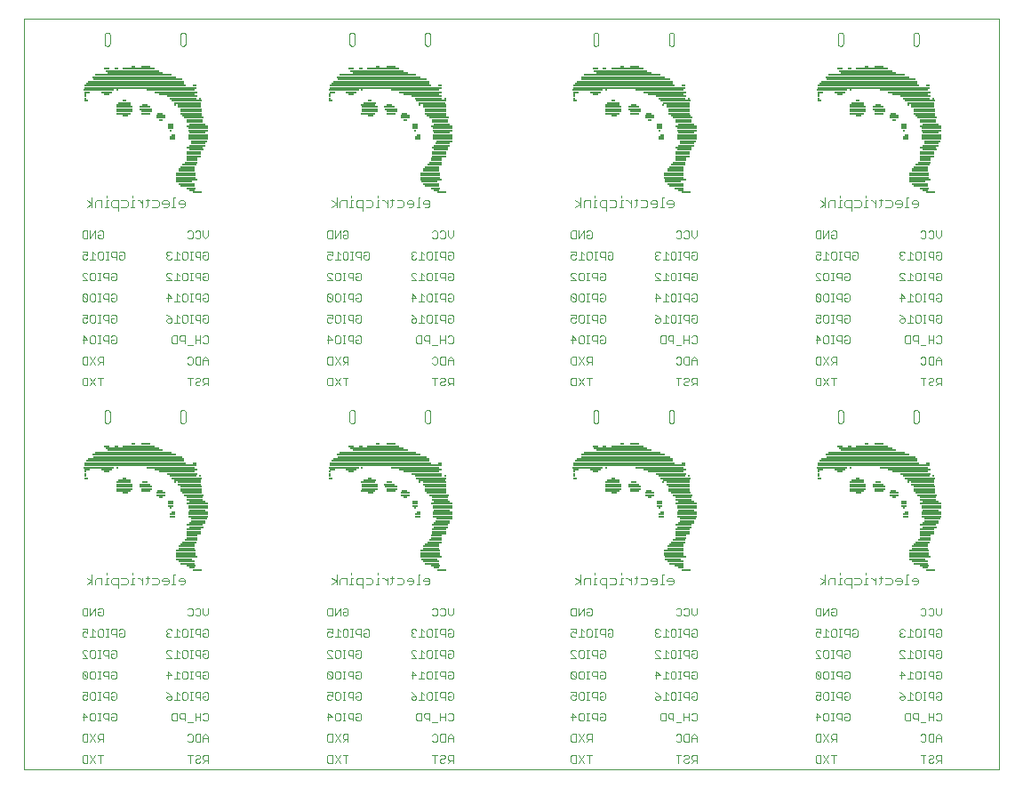
<source format=gbo>
G75*
%MOIN*%
%OFA0B0*%
%FSLAX24Y24*%
%IPPOS*%
%LPD*%
%AMOC8*
5,1,8,0,0,1.08239X$1,22.5*
%
%ADD10C,0.0000*%
%ADD11C,0.0030*%
%ADD12R,0.0320X0.0080*%
%ADD13R,0.0240X0.0080*%
%ADD14R,0.0560X0.0080*%
%ADD15R,0.0640X0.0080*%
%ADD16R,0.0800X0.0080*%
%ADD17R,0.0720X0.0080*%
%ADD18R,0.0480X0.0080*%
%ADD19R,0.0400X0.0080*%
%ADD20R,0.0160X0.0080*%
%ADD21R,0.0080X0.0080*%
%ADD22R,0.0880X0.0080*%
%ADD23R,0.1040X0.0080*%
%ADD24R,0.1120X0.0080*%
%ADD25R,0.1360X0.0080*%
%ADD26R,0.1600X0.0080*%
%ADD27R,0.1840X0.0080*%
%ADD28R,0.4240X0.0080*%
%ADD29R,0.3840X0.0080*%
%ADD30R,0.3680X0.0080*%
%ADD31R,0.3600X0.0080*%
%ADD32R,0.3360X0.0080*%
%ADD33R,0.3120X0.0080*%
%ADD34R,0.2880X0.0080*%
%ADD35R,0.2080X0.0080*%
%ADD36R,0.2000X0.0080*%
%ADD37R,0.1200X0.0080*%
D10*
X000881Y000911D02*
X000881Y029051D01*
X037433Y029051D01*
X037433Y000911D01*
X000881Y000911D01*
X003893Y013966D02*
X003893Y014281D01*
X003894Y014298D01*
X003899Y014315D01*
X003906Y014330D01*
X003916Y014344D01*
X003928Y014356D01*
X003942Y014366D01*
X003957Y014373D01*
X003974Y014378D01*
X003991Y014379D01*
X004008Y014378D01*
X004025Y014373D01*
X004040Y014366D01*
X004054Y014356D01*
X004066Y014344D01*
X004076Y014330D01*
X004083Y014315D01*
X004088Y014298D01*
X004089Y014281D01*
X004090Y014281D02*
X004090Y013966D01*
X003991Y013868D02*
X003974Y013869D01*
X003957Y013874D01*
X003942Y013881D01*
X003928Y013891D01*
X003916Y013903D01*
X003906Y013917D01*
X003899Y013932D01*
X003894Y013949D01*
X003893Y013966D01*
X003991Y013868D02*
X004008Y013869D01*
X004025Y013874D01*
X004040Y013881D01*
X004054Y013891D01*
X004066Y013903D01*
X004076Y013917D01*
X004083Y013932D01*
X004088Y013949D01*
X004089Y013966D01*
X006728Y013966D02*
X006728Y014281D01*
X006729Y014298D01*
X006734Y014315D01*
X006741Y014330D01*
X006751Y014344D01*
X006763Y014356D01*
X006777Y014366D01*
X006792Y014373D01*
X006809Y014378D01*
X006826Y014379D01*
X006843Y014378D01*
X006860Y014373D01*
X006875Y014366D01*
X006889Y014356D01*
X006901Y014344D01*
X006911Y014330D01*
X006918Y014315D01*
X006923Y014298D01*
X006924Y014281D01*
X006924Y013966D01*
X006826Y013868D02*
X006809Y013869D01*
X006792Y013874D01*
X006777Y013881D01*
X006763Y013891D01*
X006751Y013903D01*
X006741Y013917D01*
X006734Y013932D01*
X006729Y013949D01*
X006728Y013966D01*
X006826Y013868D02*
X006843Y013869D01*
X006860Y013874D01*
X006875Y013881D01*
X006889Y013891D01*
X006901Y013903D01*
X006911Y013917D01*
X006918Y013932D01*
X006923Y013949D01*
X006924Y013966D01*
X013070Y013966D02*
X013070Y014281D01*
X013071Y014281D02*
X013072Y014298D01*
X013077Y014315D01*
X013084Y014330D01*
X013094Y014344D01*
X013106Y014356D01*
X013120Y014366D01*
X013135Y014373D01*
X013152Y014378D01*
X013169Y014379D01*
X013186Y014378D01*
X013203Y014373D01*
X013218Y014366D01*
X013232Y014356D01*
X013244Y014344D01*
X013254Y014330D01*
X013261Y014315D01*
X013266Y014298D01*
X013267Y014281D01*
X013267Y013966D01*
X013169Y013868D02*
X013152Y013869D01*
X013135Y013874D01*
X013120Y013881D01*
X013106Y013891D01*
X013094Y013903D01*
X013084Y013917D01*
X013077Y013932D01*
X013072Y013949D01*
X013071Y013966D01*
X013169Y013868D02*
X013186Y013869D01*
X013203Y013874D01*
X013218Y013881D01*
X013232Y013891D01*
X013244Y013903D01*
X013254Y013917D01*
X013261Y013932D01*
X013266Y013949D01*
X013267Y013966D01*
X015905Y013966D02*
X015905Y014281D01*
X015906Y014298D01*
X015911Y014315D01*
X015918Y014330D01*
X015928Y014344D01*
X015940Y014356D01*
X015954Y014366D01*
X015969Y014373D01*
X015986Y014378D01*
X016003Y014379D01*
X016020Y014378D01*
X016037Y014373D01*
X016052Y014366D01*
X016066Y014356D01*
X016078Y014344D01*
X016088Y014330D01*
X016095Y014315D01*
X016100Y014298D01*
X016101Y014281D01*
X016102Y014281D02*
X016102Y013966D01*
X016003Y013868D02*
X015986Y013869D01*
X015969Y013874D01*
X015954Y013881D01*
X015940Y013891D01*
X015928Y013903D01*
X015918Y013917D01*
X015911Y013932D01*
X015906Y013949D01*
X015905Y013966D01*
X016003Y013868D02*
X016020Y013869D01*
X016037Y013874D01*
X016052Y013881D01*
X016066Y013891D01*
X016078Y013903D01*
X016088Y013917D01*
X016095Y013932D01*
X016100Y013949D01*
X016101Y013966D01*
X022218Y013966D02*
X022218Y014281D01*
X022219Y014298D01*
X022224Y014315D01*
X022231Y014330D01*
X022241Y014344D01*
X022253Y014356D01*
X022267Y014366D01*
X022282Y014373D01*
X022299Y014378D01*
X022316Y014379D01*
X022333Y014378D01*
X022350Y014373D01*
X022365Y014366D01*
X022379Y014356D01*
X022391Y014344D01*
X022401Y014330D01*
X022408Y014315D01*
X022413Y014298D01*
X022414Y014281D01*
X022415Y014281D02*
X022415Y013966D01*
X022316Y013868D02*
X022299Y013869D01*
X022282Y013874D01*
X022267Y013881D01*
X022253Y013891D01*
X022241Y013903D01*
X022231Y013917D01*
X022224Y013932D01*
X022219Y013949D01*
X022218Y013966D01*
X022316Y013868D02*
X022333Y013869D01*
X022350Y013874D01*
X022365Y013881D01*
X022379Y013891D01*
X022391Y013903D01*
X022401Y013917D01*
X022408Y013932D01*
X022413Y013949D01*
X022414Y013966D01*
X025052Y013966D02*
X025052Y014281D01*
X025053Y014281D02*
X025054Y014298D01*
X025059Y014315D01*
X025066Y014330D01*
X025076Y014344D01*
X025088Y014356D01*
X025102Y014366D01*
X025117Y014373D01*
X025134Y014378D01*
X025151Y014379D01*
X025168Y014378D01*
X025185Y014373D01*
X025200Y014366D01*
X025214Y014356D01*
X025226Y014344D01*
X025236Y014330D01*
X025243Y014315D01*
X025248Y014298D01*
X025249Y014281D01*
X025249Y013966D01*
X025151Y013868D02*
X025134Y013869D01*
X025117Y013874D01*
X025102Y013881D01*
X025088Y013891D01*
X025076Y013903D01*
X025066Y013917D01*
X025059Y013932D01*
X025054Y013949D01*
X025053Y013966D01*
X025151Y013868D02*
X025168Y013869D01*
X025185Y013874D01*
X025200Y013881D01*
X025214Y013891D01*
X025226Y013903D01*
X025236Y013917D01*
X025243Y013932D01*
X025248Y013949D01*
X025249Y013966D01*
X031390Y013966D02*
X031390Y014281D01*
X031391Y014298D01*
X031396Y014315D01*
X031403Y014330D01*
X031413Y014344D01*
X031425Y014356D01*
X031439Y014366D01*
X031454Y014373D01*
X031471Y014378D01*
X031488Y014379D01*
X031505Y014378D01*
X031522Y014373D01*
X031537Y014366D01*
X031551Y014356D01*
X031563Y014344D01*
X031573Y014330D01*
X031580Y014315D01*
X031585Y014298D01*
X031586Y014281D01*
X031586Y013966D01*
X031488Y013868D02*
X031471Y013869D01*
X031454Y013874D01*
X031439Y013881D01*
X031425Y013891D01*
X031413Y013903D01*
X031403Y013917D01*
X031396Y013932D01*
X031391Y013949D01*
X031390Y013966D01*
X031488Y013868D02*
X031505Y013869D01*
X031522Y013874D01*
X031537Y013881D01*
X031551Y013891D01*
X031563Y013903D01*
X031573Y013917D01*
X031580Y013932D01*
X031585Y013949D01*
X031586Y013966D01*
X034224Y013966D02*
X034224Y014281D01*
X034225Y014281D02*
X034226Y014298D01*
X034231Y014315D01*
X034238Y014330D01*
X034248Y014344D01*
X034260Y014356D01*
X034274Y014366D01*
X034289Y014373D01*
X034306Y014378D01*
X034323Y014379D01*
X034340Y014378D01*
X034357Y014373D01*
X034372Y014366D01*
X034386Y014356D01*
X034398Y014344D01*
X034408Y014330D01*
X034415Y014315D01*
X034420Y014298D01*
X034421Y014281D01*
X034421Y013966D01*
X034323Y013868D02*
X034306Y013869D01*
X034289Y013874D01*
X034274Y013881D01*
X034260Y013891D01*
X034248Y013903D01*
X034238Y013917D01*
X034231Y013932D01*
X034226Y013949D01*
X034225Y013966D01*
X034323Y013868D02*
X034340Y013869D01*
X034357Y013874D01*
X034372Y013881D01*
X034386Y013891D01*
X034398Y013903D01*
X034408Y013917D01*
X034415Y013932D01*
X034420Y013949D01*
X034421Y013966D01*
X034421Y028110D02*
X034421Y028425D01*
X034323Y028523D02*
X034306Y028522D01*
X034289Y028517D01*
X034274Y028510D01*
X034260Y028500D01*
X034248Y028488D01*
X034238Y028474D01*
X034231Y028459D01*
X034226Y028442D01*
X034225Y028425D01*
X034224Y028425D02*
X034224Y028110D01*
X034225Y028110D02*
X034226Y028093D01*
X034231Y028076D01*
X034238Y028061D01*
X034248Y028047D01*
X034260Y028035D01*
X034274Y028025D01*
X034289Y028018D01*
X034306Y028013D01*
X034323Y028012D01*
X034340Y028013D01*
X034357Y028018D01*
X034372Y028025D01*
X034386Y028035D01*
X034398Y028047D01*
X034408Y028061D01*
X034415Y028076D01*
X034420Y028093D01*
X034421Y028110D01*
X034421Y028425D02*
X034420Y028442D01*
X034415Y028459D01*
X034408Y028474D01*
X034398Y028488D01*
X034386Y028500D01*
X034372Y028510D01*
X034357Y028517D01*
X034340Y028522D01*
X034323Y028523D01*
X031586Y028425D02*
X031586Y028110D01*
X031488Y028012D02*
X031471Y028013D01*
X031454Y028018D01*
X031439Y028025D01*
X031425Y028035D01*
X031413Y028047D01*
X031403Y028061D01*
X031396Y028076D01*
X031391Y028093D01*
X031390Y028110D01*
X031390Y028425D01*
X031391Y028442D01*
X031396Y028459D01*
X031403Y028474D01*
X031413Y028488D01*
X031425Y028500D01*
X031439Y028510D01*
X031454Y028517D01*
X031471Y028522D01*
X031488Y028523D01*
X031505Y028522D01*
X031522Y028517D01*
X031537Y028510D01*
X031551Y028500D01*
X031563Y028488D01*
X031573Y028474D01*
X031580Y028459D01*
X031585Y028442D01*
X031586Y028425D01*
X031586Y028110D02*
X031585Y028093D01*
X031580Y028076D01*
X031573Y028061D01*
X031563Y028047D01*
X031551Y028035D01*
X031537Y028025D01*
X031522Y028018D01*
X031505Y028013D01*
X031488Y028012D01*
X025249Y028110D02*
X025249Y028425D01*
X025151Y028523D02*
X025134Y028522D01*
X025117Y028517D01*
X025102Y028510D01*
X025088Y028500D01*
X025076Y028488D01*
X025066Y028474D01*
X025059Y028459D01*
X025054Y028442D01*
X025053Y028425D01*
X025052Y028425D02*
X025052Y028110D01*
X025053Y028110D02*
X025054Y028093D01*
X025059Y028076D01*
X025066Y028061D01*
X025076Y028047D01*
X025088Y028035D01*
X025102Y028025D01*
X025117Y028018D01*
X025134Y028013D01*
X025151Y028012D01*
X025168Y028013D01*
X025185Y028018D01*
X025200Y028025D01*
X025214Y028035D01*
X025226Y028047D01*
X025236Y028061D01*
X025243Y028076D01*
X025248Y028093D01*
X025249Y028110D01*
X025249Y028425D02*
X025248Y028442D01*
X025243Y028459D01*
X025236Y028474D01*
X025226Y028488D01*
X025214Y028500D01*
X025200Y028510D01*
X025185Y028517D01*
X025168Y028522D01*
X025151Y028523D01*
X022415Y028425D02*
X022415Y028110D01*
X022316Y028012D02*
X022299Y028013D01*
X022282Y028018D01*
X022267Y028025D01*
X022253Y028035D01*
X022241Y028047D01*
X022231Y028061D01*
X022224Y028076D01*
X022219Y028093D01*
X022218Y028110D01*
X022218Y028425D01*
X022219Y028442D01*
X022224Y028459D01*
X022231Y028474D01*
X022241Y028488D01*
X022253Y028500D01*
X022267Y028510D01*
X022282Y028517D01*
X022299Y028522D01*
X022316Y028523D01*
X022333Y028522D01*
X022350Y028517D01*
X022365Y028510D01*
X022379Y028500D01*
X022391Y028488D01*
X022401Y028474D01*
X022408Y028459D01*
X022413Y028442D01*
X022414Y028425D01*
X022414Y028110D02*
X022413Y028093D01*
X022408Y028076D01*
X022401Y028061D01*
X022391Y028047D01*
X022379Y028035D01*
X022365Y028025D01*
X022350Y028018D01*
X022333Y028013D01*
X022316Y028012D01*
X016102Y028110D02*
X016102Y028425D01*
X016003Y028523D02*
X015986Y028522D01*
X015969Y028517D01*
X015954Y028510D01*
X015940Y028500D01*
X015928Y028488D01*
X015918Y028474D01*
X015911Y028459D01*
X015906Y028442D01*
X015905Y028425D01*
X015905Y028110D01*
X015906Y028093D01*
X015911Y028076D01*
X015918Y028061D01*
X015928Y028047D01*
X015940Y028035D01*
X015954Y028025D01*
X015969Y028018D01*
X015986Y028013D01*
X016003Y028012D01*
X016020Y028013D01*
X016037Y028018D01*
X016052Y028025D01*
X016066Y028035D01*
X016078Y028047D01*
X016088Y028061D01*
X016095Y028076D01*
X016100Y028093D01*
X016101Y028110D01*
X016101Y028425D02*
X016100Y028442D01*
X016095Y028459D01*
X016088Y028474D01*
X016078Y028488D01*
X016066Y028500D01*
X016052Y028510D01*
X016037Y028517D01*
X016020Y028522D01*
X016003Y028523D01*
X013267Y028425D02*
X013267Y028110D01*
X013169Y028012D02*
X013152Y028013D01*
X013135Y028018D01*
X013120Y028025D01*
X013106Y028035D01*
X013094Y028047D01*
X013084Y028061D01*
X013077Y028076D01*
X013072Y028093D01*
X013071Y028110D01*
X013070Y028110D02*
X013070Y028425D01*
X013071Y028425D02*
X013072Y028442D01*
X013077Y028459D01*
X013084Y028474D01*
X013094Y028488D01*
X013106Y028500D01*
X013120Y028510D01*
X013135Y028517D01*
X013152Y028522D01*
X013169Y028523D01*
X013186Y028522D01*
X013203Y028517D01*
X013218Y028510D01*
X013232Y028500D01*
X013244Y028488D01*
X013254Y028474D01*
X013261Y028459D01*
X013266Y028442D01*
X013267Y028425D01*
X013267Y028110D02*
X013266Y028093D01*
X013261Y028076D01*
X013254Y028061D01*
X013244Y028047D01*
X013232Y028035D01*
X013218Y028025D01*
X013203Y028018D01*
X013186Y028013D01*
X013169Y028012D01*
X006924Y028110D02*
X006924Y028425D01*
X006826Y028523D02*
X006809Y028522D01*
X006792Y028517D01*
X006777Y028510D01*
X006763Y028500D01*
X006751Y028488D01*
X006741Y028474D01*
X006734Y028459D01*
X006729Y028442D01*
X006728Y028425D01*
X006728Y028110D01*
X006729Y028093D01*
X006734Y028076D01*
X006741Y028061D01*
X006751Y028047D01*
X006763Y028035D01*
X006777Y028025D01*
X006792Y028018D01*
X006809Y028013D01*
X006826Y028012D01*
X006843Y028013D01*
X006860Y028018D01*
X006875Y028025D01*
X006889Y028035D01*
X006901Y028047D01*
X006911Y028061D01*
X006918Y028076D01*
X006923Y028093D01*
X006924Y028110D01*
X006924Y028425D02*
X006923Y028442D01*
X006918Y028459D01*
X006911Y028474D01*
X006901Y028488D01*
X006889Y028500D01*
X006875Y028510D01*
X006860Y028517D01*
X006843Y028522D01*
X006826Y028523D01*
X004090Y028425D02*
X004090Y028110D01*
X003991Y028012D02*
X003974Y028013D01*
X003957Y028018D01*
X003942Y028025D01*
X003928Y028035D01*
X003916Y028047D01*
X003906Y028061D01*
X003899Y028076D01*
X003894Y028093D01*
X003893Y028110D01*
X003893Y028425D01*
X003894Y028442D01*
X003899Y028459D01*
X003906Y028474D01*
X003916Y028488D01*
X003928Y028500D01*
X003942Y028510D01*
X003957Y028517D01*
X003974Y028522D01*
X003991Y028523D01*
X004008Y028522D01*
X004025Y028517D01*
X004040Y028510D01*
X004054Y028500D01*
X004066Y028488D01*
X004076Y028474D01*
X004083Y028459D01*
X004088Y028442D01*
X004089Y028425D01*
X004089Y028110D02*
X004088Y028093D01*
X004083Y028076D01*
X004076Y028061D01*
X004066Y028047D01*
X004054Y028035D01*
X004040Y028025D01*
X004025Y028018D01*
X004008Y028013D01*
X003991Y028012D01*
D11*
X003959Y022411D02*
X003959Y022349D01*
X003959Y022226D02*
X003959Y021979D01*
X004020Y021979D02*
X003897Y021979D01*
X003775Y021979D02*
X003775Y022226D01*
X003590Y022226D01*
X003528Y022164D01*
X003528Y021979D01*
X003406Y021979D02*
X003406Y022349D01*
X003221Y022226D02*
X003406Y022103D01*
X003221Y021979D01*
X003959Y022226D02*
X004020Y022226D01*
X004142Y022164D02*
X004142Y022041D01*
X004204Y021979D01*
X004389Y021979D01*
X004510Y021979D02*
X004695Y021979D01*
X004757Y022041D01*
X004757Y022164D01*
X004695Y022226D01*
X004510Y022226D01*
X004389Y022226D02*
X004204Y022226D01*
X004142Y022164D01*
X004389Y022226D02*
X004389Y021856D01*
X004879Y021979D02*
X005003Y021979D01*
X004941Y021979D02*
X004941Y022226D01*
X005003Y022226D01*
X005124Y022226D02*
X005186Y022226D01*
X005309Y022103D01*
X005309Y022226D02*
X005309Y021979D01*
X005432Y021979D02*
X005493Y022041D01*
X005493Y022288D01*
X005432Y022226D02*
X005555Y022226D01*
X005676Y022226D02*
X005862Y022226D01*
X005923Y022164D01*
X005923Y022041D01*
X005862Y021979D01*
X005676Y021979D01*
X006045Y022103D02*
X006292Y022103D01*
X006292Y022164D02*
X006230Y022226D01*
X006106Y022226D01*
X006045Y022164D01*
X006045Y022103D01*
X006106Y021979D02*
X006230Y021979D01*
X006292Y022041D01*
X006292Y022164D01*
X006414Y021979D02*
X006537Y021979D01*
X006475Y021979D02*
X006475Y022349D01*
X006537Y022349D01*
X006720Y022226D02*
X006659Y022164D01*
X006659Y022103D01*
X006905Y022103D01*
X006905Y022164D02*
X006844Y022226D01*
X006720Y022226D01*
X006905Y022164D02*
X006905Y022041D01*
X006844Y021979D01*
X006720Y021979D01*
X007041Y021095D02*
X007138Y021095D01*
X007186Y021046D01*
X007186Y020853D01*
X007138Y020804D01*
X007041Y020804D01*
X006993Y020853D01*
X006993Y021046D02*
X007041Y021095D01*
X007287Y021046D02*
X007336Y021095D01*
X007433Y021095D01*
X007481Y021046D01*
X007481Y020853D01*
X007433Y020804D01*
X007336Y020804D01*
X007287Y020853D01*
X007582Y020901D02*
X007679Y020804D01*
X007776Y020901D01*
X007776Y021095D01*
X007582Y021095D02*
X007582Y020901D01*
X007630Y020307D02*
X007727Y020307D01*
X007776Y020259D01*
X007776Y020065D01*
X007727Y020017D01*
X007630Y020017D01*
X007582Y020065D01*
X007582Y020162D01*
X007679Y020162D01*
X007582Y020259D02*
X007630Y020307D01*
X007481Y020307D02*
X007336Y020307D01*
X007287Y020259D01*
X007287Y020162D01*
X007336Y020114D01*
X007481Y020114D01*
X007481Y020017D02*
X007481Y020307D01*
X007186Y020307D02*
X007089Y020307D01*
X007138Y020307D02*
X007138Y020017D01*
X007186Y020017D02*
X007089Y020017D01*
X006990Y020065D02*
X006941Y020017D01*
X006845Y020017D01*
X006796Y020065D01*
X006796Y020259D01*
X006845Y020307D01*
X006941Y020307D01*
X006990Y020259D01*
X006990Y020065D01*
X006695Y020017D02*
X006502Y020017D01*
X006598Y020017D02*
X006598Y020307D01*
X006695Y020211D01*
X006401Y020259D02*
X006352Y020307D01*
X006255Y020307D01*
X006207Y020259D01*
X006207Y020211D01*
X006255Y020162D01*
X006207Y020114D01*
X006207Y020065D01*
X006255Y020017D01*
X006352Y020017D01*
X006401Y020065D01*
X006304Y020162D02*
X006255Y020162D01*
X006255Y019520D02*
X006352Y019520D01*
X006401Y019472D01*
X006255Y019520D02*
X006207Y019472D01*
X006207Y019423D01*
X006401Y019230D01*
X006207Y019230D01*
X006502Y019230D02*
X006695Y019230D01*
X006598Y019230D02*
X006598Y019520D01*
X006695Y019423D01*
X006796Y019472D02*
X006845Y019520D01*
X006941Y019520D01*
X006990Y019472D01*
X006990Y019278D01*
X006941Y019230D01*
X006845Y019230D01*
X006796Y019278D01*
X006796Y019472D01*
X007089Y019520D02*
X007186Y019520D01*
X007138Y019520D02*
X007138Y019230D01*
X007186Y019230D02*
X007089Y019230D01*
X007287Y019375D02*
X007336Y019326D01*
X007481Y019326D01*
X007481Y019230D02*
X007481Y019520D01*
X007336Y019520D01*
X007287Y019472D01*
X007287Y019375D01*
X007582Y019375D02*
X007582Y019278D01*
X007630Y019230D01*
X007727Y019230D01*
X007776Y019278D01*
X007776Y019472D01*
X007727Y019520D01*
X007630Y019520D01*
X007582Y019472D01*
X007582Y019375D02*
X007679Y019375D01*
X007630Y018732D02*
X007727Y018732D01*
X007776Y018684D01*
X007776Y018491D01*
X007727Y018442D01*
X007630Y018442D01*
X007582Y018491D01*
X007582Y018587D01*
X007679Y018587D01*
X007582Y018684D02*
X007630Y018732D01*
X007481Y018732D02*
X007336Y018732D01*
X007287Y018684D01*
X007287Y018587D01*
X007336Y018539D01*
X007481Y018539D01*
X007481Y018442D02*
X007481Y018732D01*
X007186Y018732D02*
X007089Y018732D01*
X007138Y018732D02*
X007138Y018442D01*
X007186Y018442D02*
X007089Y018442D01*
X006990Y018491D02*
X006941Y018442D01*
X006845Y018442D01*
X006796Y018491D01*
X006796Y018684D01*
X006845Y018732D01*
X006941Y018732D01*
X006990Y018684D01*
X006990Y018491D01*
X006695Y018442D02*
X006502Y018442D01*
X006598Y018442D02*
X006598Y018732D01*
X006695Y018636D01*
X006401Y018587D02*
X006255Y018732D01*
X006255Y018442D01*
X006207Y018587D02*
X006401Y018587D01*
X006207Y017945D02*
X006304Y017897D01*
X006401Y017800D01*
X006255Y017800D01*
X006207Y017752D01*
X006207Y017703D01*
X006255Y017655D01*
X006352Y017655D01*
X006401Y017703D01*
X006401Y017800D01*
X006502Y017655D02*
X006695Y017655D01*
X006598Y017655D02*
X006598Y017945D01*
X006695Y017848D01*
X006796Y017897D02*
X006845Y017945D01*
X006941Y017945D01*
X006990Y017897D01*
X006990Y017703D01*
X006941Y017655D01*
X006845Y017655D01*
X006796Y017703D01*
X006796Y017897D01*
X007089Y017945D02*
X007186Y017945D01*
X007138Y017945D02*
X007138Y017655D01*
X007186Y017655D02*
X007089Y017655D01*
X007287Y017800D02*
X007336Y017752D01*
X007481Y017752D01*
X007481Y017655D02*
X007481Y017945D01*
X007336Y017945D01*
X007287Y017897D01*
X007287Y017800D01*
X007582Y017800D02*
X007679Y017800D01*
X007582Y017800D02*
X007582Y017703D01*
X007630Y017655D01*
X007727Y017655D01*
X007776Y017703D01*
X007776Y017897D01*
X007727Y017945D01*
X007630Y017945D01*
X007582Y017897D01*
X007630Y017158D02*
X007727Y017158D01*
X007776Y017109D01*
X007776Y016916D01*
X007727Y016867D01*
X007630Y016867D01*
X007582Y016916D01*
X007481Y016867D02*
X007481Y017158D01*
X007582Y017109D02*
X007630Y017158D01*
X007481Y017013D02*
X007287Y017013D01*
X007287Y017158D02*
X007287Y016867D01*
X007186Y016819D02*
X006993Y016819D01*
X006892Y016867D02*
X006892Y017158D01*
X006746Y017158D01*
X006698Y017109D01*
X006698Y017013D01*
X006746Y016964D01*
X006892Y016964D01*
X006597Y016867D02*
X006597Y017158D01*
X006452Y017158D01*
X006403Y017109D01*
X006403Y016916D01*
X006452Y016867D01*
X006597Y016867D01*
X007041Y016370D02*
X007138Y016370D01*
X007186Y016322D01*
X007186Y016128D01*
X007138Y016080D01*
X007041Y016080D01*
X006993Y016128D01*
X006993Y016322D02*
X007041Y016370D01*
X007287Y016322D02*
X007336Y016370D01*
X007481Y016370D01*
X007481Y016080D01*
X007336Y016080D01*
X007287Y016128D01*
X007287Y016322D01*
X007582Y016274D02*
X007582Y016080D01*
X007582Y016225D02*
X007776Y016225D01*
X007776Y016274D02*
X007679Y016370D01*
X007582Y016274D01*
X007776Y016274D02*
X007776Y016080D01*
X007776Y015583D02*
X007630Y015583D01*
X007582Y015535D01*
X007582Y015438D01*
X007630Y015389D01*
X007776Y015389D01*
X007776Y015293D02*
X007776Y015583D01*
X007679Y015389D02*
X007582Y015293D01*
X007481Y015341D02*
X007433Y015293D01*
X007336Y015293D01*
X007287Y015341D01*
X007287Y015389D01*
X007336Y015438D01*
X007433Y015438D01*
X007481Y015486D01*
X007481Y015535D01*
X007433Y015583D01*
X007336Y015583D01*
X007287Y015535D01*
X007186Y015583D02*
X006993Y015583D01*
X007089Y015583D02*
X007089Y015293D01*
X004328Y016916D02*
X004279Y016867D01*
X004183Y016867D01*
X004134Y016916D01*
X004134Y017013D01*
X004231Y017013D01*
X004134Y017109D02*
X004183Y017158D01*
X004279Y017158D01*
X004328Y017109D01*
X004328Y016916D01*
X004033Y016964D02*
X003888Y016964D01*
X003840Y017013D01*
X003840Y017109D01*
X003888Y017158D01*
X004033Y017158D01*
X004033Y016867D01*
X003738Y016867D02*
X003642Y016867D01*
X003690Y016867D02*
X003690Y017158D01*
X003738Y017158D02*
X003642Y017158D01*
X003542Y017109D02*
X003542Y016916D01*
X003494Y016867D01*
X003397Y016867D01*
X003349Y016916D01*
X003349Y017109D01*
X003397Y017158D01*
X003494Y017158D01*
X003542Y017109D01*
X003247Y017013D02*
X003054Y017013D01*
X003102Y017158D02*
X003102Y016867D01*
X003247Y017013D02*
X003102Y017158D01*
X003102Y017655D02*
X003054Y017703D01*
X003054Y017800D01*
X003102Y017848D01*
X003151Y017848D01*
X003247Y017800D01*
X003247Y017945D01*
X003054Y017945D01*
X003102Y017655D02*
X003199Y017655D01*
X003247Y017703D01*
X003349Y017703D02*
X003349Y017897D01*
X003397Y017945D01*
X003494Y017945D01*
X003542Y017897D01*
X003542Y017703D01*
X003494Y017655D01*
X003397Y017655D01*
X003349Y017703D01*
X003642Y017655D02*
X003738Y017655D01*
X003690Y017655D02*
X003690Y017945D01*
X003738Y017945D02*
X003642Y017945D01*
X003840Y017897D02*
X003840Y017800D01*
X003888Y017752D01*
X004033Y017752D01*
X004033Y017655D02*
X004033Y017945D01*
X003888Y017945D01*
X003840Y017897D01*
X004134Y017897D02*
X004183Y017945D01*
X004279Y017945D01*
X004328Y017897D01*
X004328Y017703D01*
X004279Y017655D01*
X004183Y017655D01*
X004134Y017703D01*
X004134Y017800D01*
X004231Y017800D01*
X004183Y018442D02*
X004134Y018491D01*
X004134Y018587D01*
X004231Y018587D01*
X004328Y018491D02*
X004279Y018442D01*
X004183Y018442D01*
X004033Y018442D02*
X004033Y018732D01*
X003888Y018732D01*
X003840Y018684D01*
X003840Y018587D01*
X003888Y018539D01*
X004033Y018539D01*
X004134Y018684D02*
X004183Y018732D01*
X004279Y018732D01*
X004328Y018684D01*
X004328Y018491D01*
X003738Y018442D02*
X003642Y018442D01*
X003690Y018442D02*
X003690Y018732D01*
X003738Y018732D02*
X003642Y018732D01*
X003542Y018684D02*
X003494Y018732D01*
X003397Y018732D01*
X003349Y018684D01*
X003349Y018491D01*
X003397Y018442D01*
X003494Y018442D01*
X003542Y018491D01*
X003542Y018684D01*
X003247Y018684D02*
X003199Y018732D01*
X003102Y018732D01*
X003054Y018684D01*
X003247Y018491D01*
X003199Y018442D01*
X003102Y018442D01*
X003054Y018491D01*
X003054Y018684D01*
X003247Y018684D02*
X003247Y018491D01*
X003247Y019230D02*
X003054Y019230D01*
X003054Y019423D02*
X003054Y019472D01*
X003102Y019520D01*
X003199Y019520D01*
X003247Y019472D01*
X003349Y019472D02*
X003397Y019520D01*
X003494Y019520D01*
X003542Y019472D01*
X003542Y019278D01*
X003494Y019230D01*
X003397Y019230D01*
X003349Y019278D01*
X003349Y019472D01*
X003247Y019230D02*
X003054Y019423D01*
X003642Y019520D02*
X003738Y019520D01*
X003690Y019520D02*
X003690Y019230D01*
X003738Y019230D02*
X003642Y019230D01*
X003840Y019375D02*
X003888Y019326D01*
X004033Y019326D01*
X004033Y019230D02*
X004033Y019520D01*
X003888Y019520D01*
X003840Y019472D01*
X003840Y019375D01*
X004134Y019375D02*
X004134Y019278D01*
X004183Y019230D01*
X004279Y019230D01*
X004328Y019278D01*
X004328Y019472D01*
X004279Y019520D01*
X004183Y019520D01*
X004134Y019472D01*
X004134Y019375D02*
X004231Y019375D01*
X004328Y020017D02*
X004328Y020307D01*
X004183Y020307D01*
X004134Y020259D01*
X004134Y020162D01*
X004183Y020114D01*
X004328Y020114D01*
X004429Y020162D02*
X004526Y020162D01*
X004429Y020162D02*
X004429Y020065D01*
X004477Y020017D01*
X004574Y020017D01*
X004622Y020065D01*
X004622Y020259D01*
X004574Y020307D01*
X004477Y020307D01*
X004429Y020259D01*
X004033Y020307D02*
X003936Y020307D01*
X003985Y020307D02*
X003985Y020017D01*
X004033Y020017D02*
X003936Y020017D01*
X003837Y020065D02*
X003837Y020259D01*
X003788Y020307D01*
X003692Y020307D01*
X003643Y020259D01*
X003643Y020065D01*
X003692Y020017D01*
X003788Y020017D01*
X003837Y020065D01*
X003542Y020017D02*
X003349Y020017D01*
X003445Y020017D02*
X003445Y020307D01*
X003542Y020211D01*
X003247Y020162D02*
X003247Y020307D01*
X003054Y020307D01*
X003102Y020211D02*
X003054Y020162D01*
X003054Y020065D01*
X003102Y020017D01*
X003199Y020017D01*
X003247Y020065D01*
X003247Y020162D02*
X003151Y020211D01*
X003102Y020211D01*
X003102Y020804D02*
X003054Y020853D01*
X003054Y021046D01*
X003102Y021095D01*
X003247Y021095D01*
X003247Y020804D01*
X003102Y020804D01*
X003349Y020804D02*
X003349Y021095D01*
X003542Y021095D02*
X003349Y020804D01*
X003542Y020804D02*
X003542Y021095D01*
X003643Y021046D02*
X003692Y021095D01*
X003788Y021095D01*
X003837Y021046D01*
X003837Y020853D01*
X003788Y020804D01*
X003692Y020804D01*
X003643Y020853D01*
X003643Y020950D01*
X003740Y020950D01*
X004941Y022349D02*
X004941Y022411D01*
X012231Y021046D02*
X012279Y021095D01*
X012425Y021095D01*
X012425Y020804D01*
X012279Y020804D01*
X012231Y020853D01*
X012231Y021046D01*
X012526Y021095D02*
X012526Y020804D01*
X012719Y021095D01*
X012719Y020804D01*
X012820Y020853D02*
X012869Y020804D01*
X012965Y020804D01*
X013014Y020853D01*
X013014Y021046D01*
X012965Y021095D01*
X012869Y021095D01*
X012820Y021046D01*
X012820Y020950D02*
X012917Y020950D01*
X012820Y020950D02*
X012820Y020853D01*
X012869Y020307D02*
X012820Y020259D01*
X012820Y020065D01*
X012869Y020017D01*
X012965Y020017D01*
X013014Y020065D01*
X013014Y020259D01*
X012965Y020307D01*
X012869Y020307D01*
X012719Y020211D02*
X012622Y020307D01*
X012622Y020017D01*
X012526Y020017D02*
X012719Y020017D01*
X012425Y020065D02*
X012376Y020017D01*
X012279Y020017D01*
X012231Y020065D01*
X012231Y020162D01*
X012279Y020211D01*
X012328Y020211D01*
X012425Y020162D01*
X012425Y020307D01*
X012231Y020307D01*
X012279Y019520D02*
X012376Y019520D01*
X012425Y019472D01*
X012526Y019472D02*
X012574Y019520D01*
X012671Y019520D01*
X012719Y019472D01*
X012719Y019278D01*
X012671Y019230D01*
X012574Y019230D01*
X012526Y019278D01*
X012526Y019472D01*
X012279Y019520D02*
X012231Y019472D01*
X012231Y019423D01*
X012425Y019230D01*
X012231Y019230D01*
X012279Y018732D02*
X012231Y018684D01*
X012425Y018491D01*
X012376Y018442D01*
X012279Y018442D01*
X012231Y018491D01*
X012231Y018684D01*
X012279Y018732D02*
X012376Y018732D01*
X012425Y018684D01*
X012425Y018491D01*
X012526Y018491D02*
X012526Y018684D01*
X012574Y018732D01*
X012671Y018732D01*
X012719Y018684D01*
X012719Y018491D01*
X012671Y018442D01*
X012574Y018442D01*
X012526Y018491D01*
X012819Y018442D02*
X012916Y018442D01*
X012867Y018442D02*
X012867Y018732D01*
X012819Y018732D02*
X012916Y018732D01*
X013017Y018684D02*
X013065Y018732D01*
X013210Y018732D01*
X013210Y018442D01*
X013210Y018539D02*
X013065Y018539D01*
X013017Y018587D01*
X013017Y018684D01*
X013311Y018684D02*
X013360Y018732D01*
X013457Y018732D01*
X013505Y018684D01*
X013505Y018491D01*
X013457Y018442D01*
X013360Y018442D01*
X013311Y018491D01*
X013311Y018587D01*
X013408Y018587D01*
X013360Y017945D02*
X013457Y017945D01*
X013505Y017897D01*
X013505Y017703D01*
X013457Y017655D01*
X013360Y017655D01*
X013311Y017703D01*
X013311Y017800D01*
X013408Y017800D01*
X013311Y017897D02*
X013360Y017945D01*
X013210Y017945D02*
X013065Y017945D01*
X013017Y017897D01*
X013017Y017800D01*
X013065Y017752D01*
X013210Y017752D01*
X013210Y017655D02*
X013210Y017945D01*
X012916Y017945D02*
X012819Y017945D01*
X012867Y017945D02*
X012867Y017655D01*
X012819Y017655D02*
X012916Y017655D01*
X012719Y017703D02*
X012671Y017655D01*
X012574Y017655D01*
X012526Y017703D01*
X012526Y017897D01*
X012574Y017945D01*
X012671Y017945D01*
X012719Y017897D01*
X012719Y017703D01*
X012425Y017703D02*
X012376Y017655D01*
X012279Y017655D01*
X012231Y017703D01*
X012231Y017800D01*
X012279Y017848D01*
X012328Y017848D01*
X012425Y017800D01*
X012425Y017945D01*
X012231Y017945D01*
X012279Y017158D02*
X012425Y017013D01*
X012231Y017013D01*
X012279Y017158D02*
X012279Y016867D01*
X012526Y016916D02*
X012526Y017109D01*
X012574Y017158D01*
X012671Y017158D01*
X012719Y017109D01*
X012719Y016916D01*
X012671Y016867D01*
X012574Y016867D01*
X012526Y016916D01*
X012819Y016867D02*
X012916Y016867D01*
X012867Y016867D02*
X012867Y017158D01*
X012819Y017158D02*
X012916Y017158D01*
X013017Y017109D02*
X013017Y017013D01*
X013065Y016964D01*
X013210Y016964D01*
X013210Y016867D02*
X013210Y017158D01*
X013065Y017158D01*
X013017Y017109D01*
X013311Y017109D02*
X013360Y017158D01*
X013457Y017158D01*
X013505Y017109D01*
X013505Y016916D01*
X013457Y016867D01*
X013360Y016867D01*
X013311Y016916D01*
X013311Y017013D01*
X013408Y017013D01*
X013014Y016370D02*
X012869Y016370D01*
X012820Y016322D01*
X012820Y016225D01*
X012869Y016177D01*
X013014Y016177D01*
X012917Y016177D02*
X012820Y016080D01*
X012719Y016080D02*
X012526Y016370D01*
X012425Y016370D02*
X012279Y016370D01*
X012231Y016322D01*
X012231Y016128D01*
X012279Y016080D01*
X012425Y016080D01*
X012425Y016370D01*
X012719Y016370D02*
X012526Y016080D01*
X013014Y016080D02*
X013014Y016370D01*
X013014Y015583D02*
X012820Y015583D01*
X013014Y015583D01*
X012917Y015583D02*
X012917Y015293D01*
X012917Y015583D01*
X012719Y015583D02*
X012526Y015293D01*
X012719Y015583D01*
X012526Y015583D02*
X012719Y015293D01*
X012526Y015583D01*
X012425Y015583D02*
X012279Y015583D01*
X012231Y015535D01*
X012231Y015341D01*
X012279Y015293D01*
X012425Y015293D01*
X012425Y015583D01*
X012279Y015583D01*
X012231Y015535D01*
X012231Y015341D01*
X012279Y015293D01*
X012425Y015293D01*
X012425Y015583D01*
X015581Y016916D02*
X015581Y017109D01*
X015629Y017158D01*
X015774Y017158D01*
X015774Y016867D01*
X015629Y016867D01*
X015581Y016916D01*
X015875Y017013D02*
X015924Y016964D01*
X016069Y016964D01*
X016069Y016867D02*
X016069Y017158D01*
X015924Y017158D01*
X015875Y017109D01*
X015875Y017013D01*
X016170Y016819D02*
X016363Y016819D01*
X016465Y016867D02*
X016465Y017158D01*
X016465Y017013D02*
X016658Y017013D01*
X016759Y017109D02*
X016808Y017158D01*
X016904Y017158D01*
X016953Y017109D01*
X016953Y016916D01*
X016904Y016867D01*
X016808Y016867D01*
X016759Y016916D01*
X016658Y016867D02*
X016658Y017158D01*
X016658Y017655D02*
X016658Y017945D01*
X016513Y017945D01*
X016465Y017897D01*
X016465Y017800D01*
X016513Y017752D01*
X016658Y017752D01*
X016759Y017800D02*
X016856Y017800D01*
X016759Y017800D02*
X016759Y017703D01*
X016808Y017655D01*
X016904Y017655D01*
X016953Y017703D01*
X016953Y017897D01*
X016904Y017945D01*
X016808Y017945D01*
X016759Y017897D01*
X016363Y017945D02*
X016267Y017945D01*
X016315Y017945D02*
X016315Y017655D01*
X016363Y017655D02*
X016267Y017655D01*
X016167Y017703D02*
X016119Y017655D01*
X016022Y017655D01*
X015973Y017703D01*
X015973Y017897D01*
X016022Y017945D01*
X016119Y017945D01*
X016167Y017897D01*
X016167Y017703D01*
X015872Y017655D02*
X015679Y017655D01*
X015776Y017655D02*
X015776Y017945D01*
X015872Y017848D01*
X015578Y017800D02*
X015433Y017800D01*
X015384Y017752D01*
X015384Y017703D01*
X015433Y017655D01*
X015529Y017655D01*
X015578Y017703D01*
X015578Y017800D01*
X015481Y017897D01*
X015384Y017945D01*
X015433Y018442D02*
X015433Y018732D01*
X015578Y018587D01*
X015384Y018587D01*
X015679Y018442D02*
X015872Y018442D01*
X015776Y018442D02*
X015776Y018732D01*
X015872Y018636D01*
X015973Y018684D02*
X016022Y018732D01*
X016119Y018732D01*
X016167Y018684D01*
X016167Y018491D01*
X016119Y018442D01*
X016022Y018442D01*
X015973Y018491D01*
X015973Y018684D01*
X016267Y018732D02*
X016363Y018732D01*
X016315Y018732D02*
X016315Y018442D01*
X016363Y018442D02*
X016267Y018442D01*
X016465Y018587D02*
X016513Y018539D01*
X016658Y018539D01*
X016658Y018442D02*
X016658Y018732D01*
X016513Y018732D01*
X016465Y018684D01*
X016465Y018587D01*
X016759Y018587D02*
X016856Y018587D01*
X016759Y018587D02*
X016759Y018491D01*
X016808Y018442D01*
X016904Y018442D01*
X016953Y018491D01*
X016953Y018684D01*
X016904Y018732D01*
X016808Y018732D01*
X016759Y018684D01*
X016808Y019230D02*
X016759Y019278D01*
X016759Y019375D01*
X016856Y019375D01*
X016953Y019472D02*
X016904Y019520D01*
X016808Y019520D01*
X016759Y019472D01*
X016658Y019520D02*
X016513Y019520D01*
X016465Y019472D01*
X016465Y019375D01*
X016513Y019326D01*
X016658Y019326D01*
X016658Y019230D02*
X016658Y019520D01*
X016363Y019520D02*
X016267Y019520D01*
X016315Y019520D02*
X016315Y019230D01*
X016363Y019230D02*
X016267Y019230D01*
X016167Y019278D02*
X016119Y019230D01*
X016022Y019230D01*
X015973Y019278D01*
X015973Y019472D01*
X016022Y019520D01*
X016119Y019520D01*
X016167Y019472D01*
X016167Y019278D01*
X015872Y019230D02*
X015679Y019230D01*
X015776Y019230D02*
X015776Y019520D01*
X015872Y019423D01*
X015578Y019472D02*
X015529Y019520D01*
X015433Y019520D01*
X015384Y019472D01*
X015384Y019423D01*
X015578Y019230D01*
X015384Y019230D01*
X015433Y020017D02*
X015529Y020017D01*
X015578Y020065D01*
X015679Y020017D02*
X015872Y020017D01*
X015776Y020017D02*
X015776Y020307D01*
X015872Y020211D01*
X015973Y020259D02*
X015973Y020065D01*
X016022Y020017D01*
X016119Y020017D01*
X016167Y020065D01*
X016167Y020259D01*
X016119Y020307D01*
X016022Y020307D01*
X015973Y020259D01*
X016267Y020307D02*
X016363Y020307D01*
X016315Y020307D02*
X016315Y020017D01*
X016363Y020017D02*
X016267Y020017D01*
X016465Y020162D02*
X016513Y020114D01*
X016658Y020114D01*
X016658Y020017D02*
X016658Y020307D01*
X016513Y020307D01*
X016465Y020259D01*
X016465Y020162D01*
X016759Y020162D02*
X016856Y020162D01*
X016759Y020162D02*
X016759Y020065D01*
X016808Y020017D01*
X016904Y020017D01*
X016953Y020065D01*
X016953Y020259D01*
X016904Y020307D01*
X016808Y020307D01*
X016759Y020259D01*
X016856Y020804D02*
X016759Y020901D01*
X016759Y021095D01*
X016658Y021046D02*
X016658Y020853D01*
X016610Y020804D01*
X016513Y020804D01*
X016465Y020853D01*
X016363Y020853D02*
X016315Y020804D01*
X016218Y020804D01*
X016170Y020853D01*
X016170Y021046D02*
X016218Y021095D01*
X016315Y021095D01*
X016363Y021046D01*
X016363Y020853D01*
X016465Y021046D02*
X016513Y021095D01*
X016610Y021095D01*
X016658Y021046D01*
X016953Y021095D02*
X016953Y020901D01*
X016856Y020804D01*
X015578Y020259D02*
X015529Y020307D01*
X015433Y020307D01*
X015384Y020259D01*
X015384Y020211D01*
X015433Y020162D01*
X015384Y020114D01*
X015384Y020065D01*
X015433Y020017D01*
X015433Y020162D02*
X015481Y020162D01*
X016808Y019230D02*
X016904Y019230D01*
X016953Y019278D01*
X016953Y019472D01*
X016021Y021979D02*
X016083Y022041D01*
X016083Y022164D01*
X016021Y022226D01*
X015897Y022226D01*
X015836Y022164D01*
X015836Y022103D01*
X016083Y022103D01*
X016021Y021979D02*
X015897Y021979D01*
X015714Y021979D02*
X015591Y021979D01*
X015653Y021979D02*
X015653Y022349D01*
X015714Y022349D01*
X015469Y022164D02*
X015407Y022226D01*
X015284Y022226D01*
X015222Y022164D01*
X015222Y022103D01*
X015469Y022103D01*
X015469Y022164D02*
X015469Y022041D01*
X015407Y021979D01*
X015284Y021979D01*
X015100Y022041D02*
X015039Y021979D01*
X014854Y021979D01*
X014670Y022041D02*
X014609Y021979D01*
X014670Y022041D02*
X014670Y022288D01*
X014609Y022226D02*
X014732Y022226D01*
X014854Y022226D02*
X015039Y022226D01*
X015100Y022164D01*
X015100Y022041D01*
X014487Y022103D02*
X014363Y022226D01*
X014301Y022226D01*
X014180Y022226D02*
X014118Y022226D01*
X014118Y021979D01*
X014180Y021979D02*
X014056Y021979D01*
X013934Y022041D02*
X013872Y021979D01*
X013687Y021979D01*
X013566Y021979D02*
X013381Y021979D01*
X013319Y022041D01*
X013319Y022164D01*
X013381Y022226D01*
X013566Y022226D01*
X013566Y021856D01*
X013198Y021979D02*
X013074Y021979D01*
X013136Y021979D02*
X013136Y022226D01*
X013198Y022226D01*
X013136Y022349D02*
X013136Y022411D01*
X012952Y022226D02*
X012767Y022226D01*
X012705Y022164D01*
X012705Y021979D01*
X012584Y021979D02*
X012584Y022349D01*
X012398Y022226D02*
X012584Y022103D01*
X012398Y021979D01*
X012952Y021979D02*
X012952Y022226D01*
X013687Y022226D02*
X013872Y022226D01*
X013934Y022164D01*
X013934Y022041D01*
X014118Y022349D02*
X014118Y022411D01*
X014487Y022226D02*
X014487Y021979D01*
X013751Y020307D02*
X013800Y020259D01*
X013800Y020065D01*
X013751Y020017D01*
X013654Y020017D01*
X013606Y020065D01*
X013606Y020162D01*
X013703Y020162D01*
X013606Y020259D02*
X013654Y020307D01*
X013751Y020307D01*
X013505Y020307D02*
X013360Y020307D01*
X013311Y020259D01*
X013311Y020162D01*
X013360Y020114D01*
X013505Y020114D01*
X013505Y020017D02*
X013505Y020307D01*
X013210Y020307D02*
X013114Y020307D01*
X013162Y020307D02*
X013162Y020017D01*
X013210Y020017D02*
X013114Y020017D01*
X013065Y019520D02*
X013017Y019472D01*
X013017Y019375D01*
X013065Y019326D01*
X013210Y019326D01*
X013210Y019230D02*
X013210Y019520D01*
X013065Y019520D01*
X012916Y019520D02*
X012819Y019520D01*
X012867Y019520D02*
X012867Y019230D01*
X012819Y019230D02*
X012916Y019230D01*
X013311Y019278D02*
X013311Y019375D01*
X013408Y019375D01*
X013311Y019472D02*
X013360Y019520D01*
X013457Y019520D01*
X013505Y019472D01*
X013505Y019278D01*
X013457Y019230D01*
X013360Y019230D01*
X013311Y019278D01*
X016218Y016370D02*
X016315Y016370D01*
X016363Y016322D01*
X016363Y016128D01*
X016315Y016080D01*
X016218Y016080D01*
X016170Y016128D01*
X016170Y016322D02*
X016218Y016370D01*
X016465Y016322D02*
X016513Y016370D01*
X016658Y016370D01*
X016658Y016080D01*
X016513Y016080D01*
X016465Y016128D01*
X016465Y016322D01*
X016759Y016274D02*
X016759Y016080D01*
X016759Y016225D02*
X016953Y016225D01*
X016953Y016274D02*
X016856Y016370D01*
X016759Y016274D01*
X016953Y016274D02*
X016953Y016080D01*
X016953Y015583D02*
X016808Y015583D01*
X016759Y015535D01*
X016759Y015438D01*
X016808Y015389D01*
X016953Y015389D01*
X016953Y015293D02*
X016953Y015583D01*
X016856Y015389D02*
X016759Y015293D01*
X016658Y015341D02*
X016610Y015293D01*
X016513Y015293D01*
X016465Y015341D01*
X016465Y015389D01*
X016513Y015438D01*
X016610Y015438D01*
X016658Y015486D01*
X016658Y015535D01*
X016610Y015583D01*
X016513Y015583D01*
X016465Y015535D01*
X016363Y015583D02*
X016170Y015583D01*
X016267Y015583D02*
X016267Y015293D01*
X021379Y015341D02*
X021379Y015535D01*
X021427Y015583D01*
X021572Y015583D01*
X021572Y015293D01*
X021427Y015293D01*
X021379Y015341D01*
X021379Y015535D01*
X021427Y015583D01*
X021572Y015583D01*
X021572Y015293D01*
X021427Y015293D01*
X021379Y015341D01*
X021673Y015293D02*
X021867Y015583D01*
X021673Y015293D01*
X021867Y015293D02*
X021673Y015583D01*
X021867Y015293D01*
X022065Y015293D02*
X022065Y015583D01*
X022065Y015293D01*
X022161Y015583D02*
X021968Y015583D01*
X022161Y015583D01*
X022161Y016080D02*
X022161Y016370D01*
X022016Y016370D01*
X021968Y016322D01*
X021968Y016225D01*
X022016Y016177D01*
X022161Y016177D01*
X022065Y016177D02*
X021968Y016080D01*
X021867Y016080D02*
X021673Y016370D01*
X021572Y016370D02*
X021427Y016370D01*
X021379Y016322D01*
X021379Y016128D01*
X021427Y016080D01*
X021572Y016080D01*
X021572Y016370D01*
X021867Y016370D02*
X021673Y016080D01*
X021722Y016867D02*
X021673Y016916D01*
X021673Y017109D01*
X021722Y017158D01*
X021818Y017158D01*
X021867Y017109D01*
X021867Y016916D01*
X021818Y016867D01*
X021722Y016867D01*
X021572Y017013D02*
X021379Y017013D01*
X021427Y017158D02*
X021572Y017013D01*
X021427Y016867D02*
X021427Y017158D01*
X021427Y017655D02*
X021524Y017655D01*
X021572Y017703D01*
X021572Y017800D02*
X021475Y017848D01*
X021427Y017848D01*
X021379Y017800D01*
X021379Y017703D01*
X021427Y017655D01*
X021572Y017800D02*
X021572Y017945D01*
X021379Y017945D01*
X021673Y017897D02*
X021673Y017703D01*
X021722Y017655D01*
X021818Y017655D01*
X021867Y017703D01*
X021867Y017897D01*
X021818Y017945D01*
X021722Y017945D01*
X021673Y017897D01*
X021967Y017945D02*
X022063Y017945D01*
X022015Y017945D02*
X022015Y017655D01*
X022063Y017655D02*
X021967Y017655D01*
X022164Y017800D02*
X022213Y017752D01*
X022358Y017752D01*
X022358Y017655D02*
X022358Y017945D01*
X022213Y017945D01*
X022164Y017897D01*
X022164Y017800D01*
X022459Y017800D02*
X022556Y017800D01*
X022459Y017800D02*
X022459Y017703D01*
X022507Y017655D01*
X022604Y017655D01*
X022653Y017703D01*
X022653Y017897D01*
X022604Y017945D01*
X022507Y017945D01*
X022459Y017897D01*
X022507Y018442D02*
X022459Y018491D01*
X022459Y018587D01*
X022556Y018587D01*
X022653Y018491D02*
X022604Y018442D01*
X022507Y018442D01*
X022358Y018442D02*
X022358Y018732D01*
X022213Y018732D01*
X022164Y018684D01*
X022164Y018587D01*
X022213Y018539D01*
X022358Y018539D01*
X022459Y018684D02*
X022507Y018732D01*
X022604Y018732D01*
X022653Y018684D01*
X022653Y018491D01*
X022063Y018442D02*
X021967Y018442D01*
X022015Y018442D02*
X022015Y018732D01*
X022063Y018732D02*
X021967Y018732D01*
X021867Y018684D02*
X021867Y018491D01*
X021818Y018442D01*
X021722Y018442D01*
X021673Y018491D01*
X021673Y018684D01*
X021722Y018732D01*
X021818Y018732D01*
X021867Y018684D01*
X021572Y018684D02*
X021524Y018732D01*
X021427Y018732D01*
X021379Y018684D01*
X021572Y018491D01*
X021524Y018442D01*
X021427Y018442D01*
X021379Y018491D01*
X021379Y018684D01*
X021572Y018684D02*
X021572Y018491D01*
X021572Y019230D02*
X021379Y019230D01*
X021379Y019423D02*
X021379Y019472D01*
X021427Y019520D01*
X021524Y019520D01*
X021572Y019472D01*
X021673Y019472D02*
X021722Y019520D01*
X021818Y019520D01*
X021867Y019472D01*
X021867Y019278D01*
X021818Y019230D01*
X021722Y019230D01*
X021673Y019278D01*
X021673Y019472D01*
X021572Y019230D02*
X021379Y019423D01*
X021967Y019520D02*
X022063Y019520D01*
X022015Y019520D02*
X022015Y019230D01*
X022063Y019230D02*
X021967Y019230D01*
X022164Y019375D02*
X022213Y019326D01*
X022358Y019326D01*
X022358Y019230D02*
X022358Y019520D01*
X022213Y019520D01*
X022164Y019472D01*
X022164Y019375D01*
X022459Y019375D02*
X022459Y019278D01*
X022507Y019230D01*
X022604Y019230D01*
X022653Y019278D01*
X022653Y019472D01*
X022604Y019520D01*
X022507Y019520D01*
X022459Y019472D01*
X022459Y019375D02*
X022556Y019375D01*
X022653Y020017D02*
X022653Y020307D01*
X022507Y020307D01*
X022459Y020259D01*
X022459Y020162D01*
X022507Y020114D01*
X022653Y020114D01*
X022754Y020162D02*
X022850Y020162D01*
X022754Y020162D02*
X022754Y020065D01*
X022802Y020017D01*
X022899Y020017D01*
X022947Y020065D01*
X022947Y020259D01*
X022899Y020307D01*
X022802Y020307D01*
X022754Y020259D01*
X022358Y020307D02*
X022261Y020307D01*
X022310Y020307D02*
X022310Y020017D01*
X022358Y020017D02*
X022261Y020017D01*
X022161Y020065D02*
X022113Y020017D01*
X022016Y020017D01*
X021968Y020065D01*
X021968Y020259D01*
X022016Y020307D01*
X022113Y020307D01*
X022161Y020259D01*
X022161Y020065D01*
X021867Y020017D02*
X021673Y020017D01*
X021770Y020017D02*
X021770Y020307D01*
X021867Y020211D01*
X021572Y020162D02*
X021475Y020211D01*
X021427Y020211D01*
X021379Y020162D01*
X021379Y020065D01*
X021427Y020017D01*
X021524Y020017D01*
X021572Y020065D01*
X021572Y020162D02*
X021572Y020307D01*
X021379Y020307D01*
X021427Y020804D02*
X021379Y020853D01*
X021379Y021046D01*
X021427Y021095D01*
X021572Y021095D01*
X021572Y020804D01*
X021427Y020804D01*
X021673Y020804D02*
X021673Y021095D01*
X021867Y021095D02*
X021673Y020804D01*
X021867Y020804D02*
X021867Y021095D01*
X021968Y021046D02*
X022016Y021095D01*
X022113Y021095D01*
X022161Y021046D01*
X022161Y020853D01*
X022113Y020804D01*
X022016Y020804D01*
X021968Y020853D01*
X021968Y020950D01*
X022065Y020950D01*
X022100Y021979D02*
X022100Y022226D01*
X021914Y022226D01*
X021853Y022164D01*
X021853Y021979D01*
X021731Y021979D02*
X021731Y022349D01*
X021546Y022226D02*
X021731Y022103D01*
X021546Y021979D01*
X022222Y021979D02*
X022345Y021979D01*
X022283Y021979D02*
X022283Y022226D01*
X022345Y022226D01*
X022467Y022164D02*
X022467Y022041D01*
X022528Y021979D01*
X022713Y021979D01*
X022835Y021979D02*
X023020Y021979D01*
X023082Y022041D01*
X023082Y022164D01*
X023020Y022226D01*
X022835Y022226D01*
X022713Y022226D02*
X022528Y022226D01*
X022467Y022164D01*
X022713Y022226D02*
X022713Y021856D01*
X023204Y021979D02*
X023327Y021979D01*
X023266Y021979D02*
X023266Y022226D01*
X023327Y022226D01*
X023449Y022226D02*
X023511Y022226D01*
X023634Y022103D01*
X023634Y022226D02*
X023634Y021979D01*
X023756Y021979D02*
X023818Y022041D01*
X023818Y022288D01*
X023880Y022226D02*
X023756Y022226D01*
X024001Y022226D02*
X024186Y022226D01*
X024248Y022164D01*
X024248Y022041D01*
X024186Y021979D01*
X024001Y021979D01*
X024370Y022103D02*
X024616Y022103D01*
X024616Y022164D02*
X024555Y022226D01*
X024431Y022226D01*
X024370Y022164D01*
X024370Y022103D01*
X024431Y021979D02*
X024555Y021979D01*
X024616Y022041D01*
X024616Y022164D01*
X024739Y021979D02*
X024862Y021979D01*
X024800Y021979D02*
X024800Y022349D01*
X024862Y022349D01*
X025045Y022226D02*
X024983Y022164D01*
X024983Y022103D01*
X025230Y022103D01*
X025230Y022164D02*
X025169Y022226D01*
X025045Y022226D01*
X025230Y022164D02*
X025230Y022041D01*
X025169Y021979D01*
X025045Y021979D01*
X025366Y021095D02*
X025463Y021095D01*
X025511Y021046D01*
X025511Y020853D01*
X025463Y020804D01*
X025366Y020804D01*
X025318Y020853D01*
X025318Y021046D02*
X025366Y021095D01*
X025612Y021046D02*
X025661Y021095D01*
X025757Y021095D01*
X025806Y021046D01*
X025806Y020853D01*
X025757Y020804D01*
X025661Y020804D01*
X025612Y020853D01*
X025907Y020901D02*
X026004Y020804D01*
X026100Y020901D01*
X026100Y021095D01*
X025907Y021095D02*
X025907Y020901D01*
X025955Y020307D02*
X026052Y020307D01*
X026100Y020259D01*
X026100Y020065D01*
X026052Y020017D01*
X025955Y020017D01*
X025907Y020065D01*
X025907Y020162D01*
X026004Y020162D01*
X025907Y020259D02*
X025955Y020307D01*
X025806Y020307D02*
X025661Y020307D01*
X025612Y020259D01*
X025612Y020162D01*
X025661Y020114D01*
X025806Y020114D01*
X025806Y020017D02*
X025806Y020307D01*
X025511Y020307D02*
X025414Y020307D01*
X025463Y020307D02*
X025463Y020017D01*
X025511Y020017D02*
X025414Y020017D01*
X025315Y020065D02*
X025315Y020259D01*
X025266Y020307D01*
X025169Y020307D01*
X025121Y020259D01*
X025121Y020065D01*
X025169Y020017D01*
X025266Y020017D01*
X025315Y020065D01*
X025020Y020017D02*
X024826Y020017D01*
X024923Y020017D02*
X024923Y020307D01*
X025020Y020211D01*
X024725Y020259D02*
X024677Y020307D01*
X024580Y020307D01*
X024532Y020259D01*
X024532Y020211D01*
X024580Y020162D01*
X024532Y020114D01*
X024532Y020065D01*
X024580Y020017D01*
X024677Y020017D01*
X024725Y020065D01*
X024629Y020162D02*
X024580Y020162D01*
X024580Y019520D02*
X024677Y019520D01*
X024725Y019472D01*
X024580Y019520D02*
X024532Y019472D01*
X024532Y019423D01*
X024725Y019230D01*
X024532Y019230D01*
X024826Y019230D02*
X025020Y019230D01*
X024923Y019230D02*
X024923Y019520D01*
X025020Y019423D01*
X025121Y019472D02*
X025169Y019520D01*
X025266Y019520D01*
X025315Y019472D01*
X025315Y019278D01*
X025266Y019230D01*
X025169Y019230D01*
X025121Y019278D01*
X025121Y019472D01*
X025414Y019520D02*
X025511Y019520D01*
X025463Y019520D02*
X025463Y019230D01*
X025511Y019230D02*
X025414Y019230D01*
X025612Y019375D02*
X025661Y019326D01*
X025806Y019326D01*
X025806Y019230D02*
X025806Y019520D01*
X025661Y019520D01*
X025612Y019472D01*
X025612Y019375D01*
X025907Y019375D02*
X025907Y019278D01*
X025955Y019230D01*
X026052Y019230D01*
X026100Y019278D01*
X026100Y019472D01*
X026052Y019520D01*
X025955Y019520D01*
X025907Y019472D01*
X025907Y019375D02*
X026004Y019375D01*
X026052Y018732D02*
X026100Y018684D01*
X026100Y018491D01*
X026052Y018442D01*
X025955Y018442D01*
X025907Y018491D01*
X025907Y018587D01*
X026004Y018587D01*
X025907Y018684D02*
X025955Y018732D01*
X026052Y018732D01*
X025806Y018732D02*
X025661Y018732D01*
X025612Y018684D01*
X025612Y018587D01*
X025661Y018539D01*
X025806Y018539D01*
X025806Y018442D02*
X025806Y018732D01*
X025511Y018732D02*
X025414Y018732D01*
X025463Y018732D02*
X025463Y018442D01*
X025511Y018442D02*
X025414Y018442D01*
X025315Y018491D02*
X025266Y018442D01*
X025169Y018442D01*
X025121Y018491D01*
X025121Y018684D01*
X025169Y018732D01*
X025266Y018732D01*
X025315Y018684D01*
X025315Y018491D01*
X025020Y018442D02*
X024826Y018442D01*
X024923Y018442D02*
X024923Y018732D01*
X025020Y018636D01*
X024725Y018587D02*
X024532Y018587D01*
X024580Y018442D02*
X024580Y018732D01*
X024725Y018587D01*
X024532Y017945D02*
X024629Y017897D01*
X024725Y017800D01*
X024580Y017800D01*
X024532Y017752D01*
X024532Y017703D01*
X024580Y017655D01*
X024677Y017655D01*
X024725Y017703D01*
X024725Y017800D01*
X024826Y017655D02*
X025020Y017655D01*
X024923Y017655D02*
X024923Y017945D01*
X025020Y017848D01*
X025121Y017897D02*
X025169Y017945D01*
X025266Y017945D01*
X025315Y017897D01*
X025315Y017703D01*
X025266Y017655D01*
X025169Y017655D01*
X025121Y017703D01*
X025121Y017897D01*
X025414Y017945D02*
X025511Y017945D01*
X025463Y017945D02*
X025463Y017655D01*
X025511Y017655D02*
X025414Y017655D01*
X025612Y017800D02*
X025661Y017752D01*
X025806Y017752D01*
X025806Y017655D02*
X025806Y017945D01*
X025661Y017945D01*
X025612Y017897D01*
X025612Y017800D01*
X025907Y017800D02*
X026004Y017800D01*
X025907Y017800D02*
X025907Y017703D01*
X025955Y017655D01*
X026052Y017655D01*
X026100Y017703D01*
X026100Y017897D01*
X026052Y017945D01*
X025955Y017945D01*
X025907Y017897D01*
X025955Y017158D02*
X026052Y017158D01*
X026100Y017109D01*
X026100Y016916D01*
X026052Y016867D01*
X025955Y016867D01*
X025907Y016916D01*
X025806Y016867D02*
X025806Y017158D01*
X025907Y017109D02*
X025955Y017158D01*
X025806Y017013D02*
X025612Y017013D01*
X025612Y017158D02*
X025612Y016867D01*
X025511Y016819D02*
X025318Y016819D01*
X025216Y016867D02*
X025216Y017158D01*
X025071Y017158D01*
X025023Y017109D01*
X025023Y017013D01*
X025071Y016964D01*
X025216Y016964D01*
X024922Y016867D02*
X024777Y016867D01*
X024728Y016916D01*
X024728Y017109D01*
X024777Y017158D01*
X024922Y017158D01*
X024922Y016867D01*
X025366Y016370D02*
X025463Y016370D01*
X025511Y016322D01*
X025511Y016128D01*
X025463Y016080D01*
X025366Y016080D01*
X025318Y016128D01*
X025318Y016322D02*
X025366Y016370D01*
X025612Y016322D02*
X025612Y016128D01*
X025661Y016080D01*
X025806Y016080D01*
X025806Y016370D01*
X025661Y016370D01*
X025612Y016322D01*
X025907Y016274D02*
X025907Y016080D01*
X025907Y016225D02*
X026100Y016225D01*
X026100Y016274D02*
X026004Y016370D01*
X025907Y016274D01*
X026100Y016274D02*
X026100Y016080D01*
X026100Y015583D02*
X025955Y015583D01*
X025907Y015535D01*
X025907Y015438D01*
X025955Y015389D01*
X026100Y015389D01*
X026100Y015293D02*
X026100Y015583D01*
X026004Y015389D02*
X025907Y015293D01*
X025806Y015341D02*
X025757Y015293D01*
X025661Y015293D01*
X025612Y015341D01*
X025612Y015389D01*
X025661Y015438D01*
X025757Y015438D01*
X025806Y015486D01*
X025806Y015535D01*
X025757Y015583D01*
X025661Y015583D01*
X025612Y015535D01*
X025511Y015583D02*
X025318Y015583D01*
X025414Y015583D02*
X025414Y015293D01*
X022653Y016916D02*
X022604Y016867D01*
X022507Y016867D01*
X022459Y016916D01*
X022459Y017013D01*
X022556Y017013D01*
X022653Y017109D02*
X022653Y016916D01*
X022653Y017109D02*
X022604Y017158D01*
X022507Y017158D01*
X022459Y017109D01*
X022358Y017158D02*
X022213Y017158D01*
X022164Y017109D01*
X022164Y017013D01*
X022213Y016964D01*
X022358Y016964D01*
X022358Y016867D02*
X022358Y017158D01*
X022063Y017158D02*
X021967Y017158D01*
X022015Y017158D02*
X022015Y016867D01*
X022063Y016867D02*
X021967Y016867D01*
X022283Y022349D02*
X022283Y022411D01*
X023266Y022411D02*
X023266Y022349D01*
X030551Y021046D02*
X030599Y021095D01*
X030744Y021095D01*
X030744Y020804D01*
X030599Y020804D01*
X030551Y020853D01*
X030551Y021046D01*
X030845Y021095D02*
X030845Y020804D01*
X031039Y021095D01*
X031039Y020804D01*
X031140Y020853D02*
X031140Y020950D01*
X031237Y020950D01*
X031333Y021046D02*
X031333Y020853D01*
X031285Y020804D01*
X031188Y020804D01*
X031140Y020853D01*
X031140Y021046D02*
X031188Y021095D01*
X031285Y021095D01*
X031333Y021046D01*
X031285Y020307D02*
X031333Y020259D01*
X031333Y020065D01*
X031285Y020017D01*
X031188Y020017D01*
X031140Y020065D01*
X031140Y020259D01*
X031188Y020307D01*
X031285Y020307D01*
X031433Y020307D02*
X031530Y020307D01*
X031481Y020307D02*
X031481Y020017D01*
X031433Y020017D02*
X031530Y020017D01*
X031631Y020162D02*
X031679Y020114D01*
X031824Y020114D01*
X031824Y020017D02*
X031824Y020307D01*
X031679Y020307D01*
X031631Y020259D01*
X031631Y020162D01*
X031926Y020162D02*
X032022Y020162D01*
X031926Y020162D02*
X031926Y020065D01*
X031974Y020017D01*
X032071Y020017D01*
X032119Y020065D01*
X032119Y020259D01*
X032071Y020307D01*
X031974Y020307D01*
X031926Y020259D01*
X031776Y019520D02*
X031824Y019472D01*
X031824Y019278D01*
X031776Y019230D01*
X031679Y019230D01*
X031631Y019278D01*
X031631Y019375D01*
X031728Y019375D01*
X031631Y019472D02*
X031679Y019520D01*
X031776Y019520D01*
X031530Y019520D02*
X031385Y019520D01*
X031336Y019472D01*
X031336Y019375D01*
X031385Y019326D01*
X031530Y019326D01*
X031530Y019230D02*
X031530Y019520D01*
X031235Y019520D02*
X031138Y019520D01*
X031187Y019520D02*
X031187Y019230D01*
X031235Y019230D02*
X031138Y019230D01*
X031039Y019278D02*
X030990Y019230D01*
X030894Y019230D01*
X030845Y019278D01*
X030845Y019472D01*
X030894Y019520D01*
X030990Y019520D01*
X031039Y019472D01*
X031039Y019278D01*
X030744Y019230D02*
X030551Y019423D01*
X030551Y019472D01*
X030599Y019520D01*
X030696Y019520D01*
X030744Y019472D01*
X030744Y019230D02*
X030551Y019230D01*
X030599Y018732D02*
X030551Y018684D01*
X030744Y018491D01*
X030696Y018442D01*
X030599Y018442D01*
X030551Y018491D01*
X030551Y018684D01*
X030599Y018732D02*
X030696Y018732D01*
X030744Y018684D01*
X030744Y018491D01*
X030845Y018491D02*
X030845Y018684D01*
X030894Y018732D01*
X030990Y018732D01*
X031039Y018684D01*
X031039Y018491D01*
X030990Y018442D01*
X030894Y018442D01*
X030845Y018491D01*
X031138Y018442D02*
X031235Y018442D01*
X031187Y018442D02*
X031187Y018732D01*
X031235Y018732D02*
X031138Y018732D01*
X031336Y018684D02*
X031336Y018587D01*
X031385Y018539D01*
X031530Y018539D01*
X031530Y018442D02*
X031530Y018732D01*
X031385Y018732D01*
X031336Y018684D01*
X031631Y018684D02*
X031679Y018732D01*
X031776Y018732D01*
X031824Y018684D01*
X031824Y018491D01*
X031776Y018442D01*
X031679Y018442D01*
X031631Y018491D01*
X031631Y018587D01*
X031728Y018587D01*
X031776Y017945D02*
X031824Y017897D01*
X031824Y017703D01*
X031776Y017655D01*
X031679Y017655D01*
X031631Y017703D01*
X031631Y017800D01*
X031728Y017800D01*
X031631Y017897D02*
X031679Y017945D01*
X031776Y017945D01*
X031530Y017945D02*
X031385Y017945D01*
X031336Y017897D01*
X031336Y017800D01*
X031385Y017752D01*
X031530Y017752D01*
X031530Y017655D02*
X031530Y017945D01*
X031235Y017945D02*
X031138Y017945D01*
X031187Y017945D02*
X031187Y017655D01*
X031235Y017655D02*
X031138Y017655D01*
X031039Y017703D02*
X030990Y017655D01*
X030894Y017655D01*
X030845Y017703D01*
X030845Y017897D01*
X030894Y017945D01*
X030990Y017945D01*
X031039Y017897D01*
X031039Y017703D01*
X030744Y017703D02*
X030696Y017655D01*
X030599Y017655D01*
X030551Y017703D01*
X030551Y017800D01*
X030599Y017848D01*
X030647Y017848D01*
X030744Y017800D01*
X030744Y017945D01*
X030551Y017945D01*
X030599Y017158D02*
X030744Y017013D01*
X030551Y017013D01*
X030599Y017158D02*
X030599Y016867D01*
X030845Y016916D02*
X030845Y017109D01*
X030894Y017158D01*
X030990Y017158D01*
X031039Y017109D01*
X031039Y016916D01*
X030990Y016867D01*
X030894Y016867D01*
X030845Y016916D01*
X031138Y016867D02*
X031235Y016867D01*
X031187Y016867D02*
X031187Y017158D01*
X031235Y017158D02*
X031138Y017158D01*
X031336Y017109D02*
X031336Y017013D01*
X031385Y016964D01*
X031530Y016964D01*
X031530Y016867D02*
X031530Y017158D01*
X031385Y017158D01*
X031336Y017109D01*
X031631Y017109D02*
X031679Y017158D01*
X031776Y017158D01*
X031824Y017109D01*
X031824Y016916D01*
X031776Y016867D01*
X031679Y016867D01*
X031631Y016916D01*
X031631Y017013D01*
X031728Y017013D01*
X031333Y016370D02*
X031188Y016370D01*
X031140Y016322D01*
X031140Y016225D01*
X031188Y016177D01*
X031333Y016177D01*
X031237Y016177D02*
X031140Y016080D01*
X031039Y016080D02*
X030845Y016370D01*
X030744Y016370D02*
X030744Y016080D01*
X030599Y016080D01*
X030551Y016128D01*
X030551Y016322D01*
X030599Y016370D01*
X030744Y016370D01*
X031039Y016370D02*
X030845Y016080D01*
X031333Y016080D02*
X031333Y016370D01*
X031333Y015583D02*
X031140Y015583D01*
X031333Y015583D01*
X031237Y015583D02*
X031237Y015293D01*
X031237Y015583D01*
X031039Y015583D02*
X030845Y015293D01*
X031039Y015583D01*
X030845Y015583D02*
X031039Y015293D01*
X030845Y015583D01*
X030744Y015583D02*
X030744Y015293D01*
X030599Y015293D01*
X030551Y015341D01*
X030551Y015535D01*
X030599Y015583D01*
X030744Y015583D01*
X030599Y015583D01*
X030551Y015535D01*
X030551Y015341D01*
X030599Y015293D01*
X030744Y015293D01*
X030744Y015583D01*
X033704Y017703D02*
X033704Y017752D01*
X033752Y017800D01*
X033897Y017800D01*
X033897Y017703D01*
X033849Y017655D01*
X033752Y017655D01*
X033704Y017703D01*
X033800Y017897D02*
X033897Y017800D01*
X033800Y017897D02*
X033704Y017945D01*
X034095Y017945D02*
X034095Y017655D01*
X034192Y017655D02*
X033998Y017655D01*
X034192Y017848D02*
X034095Y017945D01*
X034293Y017897D02*
X034293Y017703D01*
X034341Y017655D01*
X034438Y017655D01*
X034486Y017703D01*
X034486Y017897D01*
X034438Y017945D01*
X034341Y017945D01*
X034293Y017897D01*
X034586Y017945D02*
X034683Y017945D01*
X034635Y017945D02*
X034635Y017655D01*
X034683Y017655D02*
X034586Y017655D01*
X034784Y017800D02*
X034784Y017897D01*
X034832Y017945D01*
X034978Y017945D01*
X034978Y017655D01*
X034978Y017752D02*
X034832Y017752D01*
X034784Y017800D01*
X035079Y017800D02*
X035175Y017800D01*
X035079Y017800D02*
X035079Y017703D01*
X035127Y017655D01*
X035224Y017655D01*
X035272Y017703D01*
X035272Y017897D01*
X035224Y017945D01*
X035127Y017945D01*
X035079Y017897D01*
X035127Y018442D02*
X035079Y018491D01*
X035079Y018587D01*
X035175Y018587D01*
X035079Y018684D02*
X035127Y018732D01*
X035224Y018732D01*
X035272Y018684D01*
X035272Y018491D01*
X035224Y018442D01*
X035127Y018442D01*
X034978Y018442D02*
X034978Y018732D01*
X034832Y018732D01*
X034784Y018684D01*
X034784Y018587D01*
X034832Y018539D01*
X034978Y018539D01*
X034683Y018442D02*
X034586Y018442D01*
X034635Y018442D02*
X034635Y018732D01*
X034683Y018732D02*
X034586Y018732D01*
X034486Y018684D02*
X034438Y018732D01*
X034341Y018732D01*
X034293Y018684D01*
X034293Y018491D01*
X034341Y018442D01*
X034438Y018442D01*
X034486Y018491D01*
X034486Y018684D01*
X034192Y018636D02*
X034095Y018732D01*
X034095Y018442D01*
X034192Y018442D02*
X033998Y018442D01*
X033897Y018587D02*
X033704Y018587D01*
X033752Y018442D02*
X033752Y018732D01*
X033897Y018587D01*
X033897Y019230D02*
X033704Y019230D01*
X033704Y019423D02*
X033704Y019472D01*
X033752Y019520D01*
X033849Y019520D01*
X033897Y019472D01*
X033704Y019423D02*
X033897Y019230D01*
X033998Y019230D02*
X034192Y019230D01*
X034095Y019230D02*
X034095Y019520D01*
X034192Y019423D01*
X034293Y019472D02*
X034293Y019278D01*
X034341Y019230D01*
X034438Y019230D01*
X034486Y019278D01*
X034486Y019472D01*
X034438Y019520D01*
X034341Y019520D01*
X034293Y019472D01*
X034586Y019520D02*
X034683Y019520D01*
X034635Y019520D02*
X034635Y019230D01*
X034683Y019230D02*
X034586Y019230D01*
X034784Y019375D02*
X034832Y019326D01*
X034978Y019326D01*
X034978Y019230D02*
X034978Y019520D01*
X034832Y019520D01*
X034784Y019472D01*
X034784Y019375D01*
X035079Y019375D02*
X035079Y019278D01*
X035127Y019230D01*
X035224Y019230D01*
X035272Y019278D01*
X035272Y019472D01*
X035224Y019520D01*
X035127Y019520D01*
X035079Y019472D01*
X035079Y019375D02*
X035175Y019375D01*
X035127Y020017D02*
X035079Y020065D01*
X035079Y020162D01*
X035175Y020162D01*
X035079Y020259D02*
X035127Y020307D01*
X035224Y020307D01*
X035272Y020259D01*
X035272Y020065D01*
X035224Y020017D01*
X035127Y020017D01*
X034978Y020017D02*
X034978Y020307D01*
X034832Y020307D01*
X034784Y020259D01*
X034784Y020162D01*
X034832Y020114D01*
X034978Y020114D01*
X034683Y020017D02*
X034586Y020017D01*
X034635Y020017D02*
X034635Y020307D01*
X034683Y020307D02*
X034586Y020307D01*
X034486Y020259D02*
X034486Y020065D01*
X034438Y020017D01*
X034341Y020017D01*
X034293Y020065D01*
X034293Y020259D01*
X034341Y020307D01*
X034438Y020307D01*
X034486Y020259D01*
X034192Y020211D02*
X034095Y020307D01*
X034095Y020017D01*
X034192Y020017D02*
X033998Y020017D01*
X033897Y020065D02*
X033849Y020017D01*
X033752Y020017D01*
X033704Y020065D01*
X033704Y020114D01*
X033752Y020162D01*
X033800Y020162D01*
X033752Y020162D02*
X033704Y020211D01*
X033704Y020259D01*
X033752Y020307D01*
X033849Y020307D01*
X033897Y020259D01*
X034489Y020853D02*
X034538Y020804D01*
X034635Y020804D01*
X034683Y020853D01*
X034683Y021046D01*
X034635Y021095D01*
X034538Y021095D01*
X034489Y021046D01*
X034784Y021046D02*
X034832Y021095D01*
X034929Y021095D01*
X034978Y021046D01*
X034978Y020853D01*
X034929Y020804D01*
X034832Y020804D01*
X034784Y020853D01*
X035079Y020901D02*
X035175Y020804D01*
X035272Y020901D01*
X035272Y021095D01*
X035079Y021095D02*
X035079Y020901D01*
X034340Y021979D02*
X034217Y021979D01*
X034340Y021979D02*
X034402Y022041D01*
X034402Y022164D01*
X034340Y022226D01*
X034217Y022226D01*
X034155Y022164D01*
X034155Y022103D01*
X034402Y022103D01*
X034034Y021979D02*
X033910Y021979D01*
X033972Y021979D02*
X033972Y022349D01*
X034034Y022349D01*
X033788Y022164D02*
X033788Y022041D01*
X033727Y021979D01*
X033603Y021979D01*
X033541Y022103D02*
X033788Y022103D01*
X033788Y022164D02*
X033727Y022226D01*
X033603Y022226D01*
X033541Y022164D01*
X033541Y022103D01*
X033420Y022164D02*
X033420Y022041D01*
X033358Y021979D01*
X033173Y021979D01*
X032990Y022041D02*
X032990Y022288D01*
X033052Y022226D02*
X032928Y022226D01*
X032806Y022226D02*
X032806Y021979D01*
X032928Y021979D02*
X032990Y022041D01*
X032806Y022103D02*
X032683Y022226D01*
X032621Y022226D01*
X032499Y022226D02*
X032437Y022226D01*
X032437Y021979D01*
X032376Y021979D02*
X032499Y021979D01*
X032254Y022041D02*
X032254Y022164D01*
X032192Y022226D01*
X032007Y022226D01*
X031885Y022226D02*
X031885Y021856D01*
X031885Y021979D02*
X031700Y021979D01*
X031638Y022041D01*
X031638Y022164D01*
X031700Y022226D01*
X031885Y022226D01*
X032007Y021979D02*
X032192Y021979D01*
X032254Y022041D01*
X032437Y022349D02*
X032437Y022411D01*
X033173Y022226D02*
X033358Y022226D01*
X033420Y022164D01*
X031517Y022226D02*
X031455Y022226D01*
X031455Y021979D01*
X031394Y021979D02*
X031517Y021979D01*
X031271Y021979D02*
X031271Y022226D01*
X031086Y022226D01*
X031025Y022164D01*
X031025Y021979D01*
X030903Y021979D02*
X030903Y022349D01*
X030718Y022226D02*
X030903Y022103D01*
X030718Y021979D01*
X031455Y022349D02*
X031455Y022411D01*
X030942Y020307D02*
X030942Y020017D01*
X031039Y020017D02*
X030845Y020017D01*
X030744Y020065D02*
X030696Y020017D01*
X030599Y020017D01*
X030551Y020065D01*
X030551Y020162D01*
X030599Y020211D01*
X030647Y020211D01*
X030744Y020162D01*
X030744Y020307D01*
X030551Y020307D01*
X030942Y020307D02*
X031039Y020211D01*
X033948Y017158D02*
X034094Y017158D01*
X034094Y016867D01*
X033948Y016867D01*
X033900Y016916D01*
X033900Y017109D01*
X033948Y017158D01*
X034195Y017109D02*
X034195Y017013D01*
X034243Y016964D01*
X034388Y016964D01*
X034388Y016867D02*
X034388Y017158D01*
X034243Y017158D01*
X034195Y017109D01*
X034489Y016819D02*
X034683Y016819D01*
X034784Y016867D02*
X034784Y017158D01*
X034784Y017013D02*
X034978Y017013D01*
X035079Y017109D02*
X035127Y017158D01*
X035224Y017158D01*
X035272Y017109D01*
X035272Y016916D01*
X035224Y016867D01*
X035127Y016867D01*
X035079Y016916D01*
X034978Y016867D02*
X034978Y017158D01*
X034978Y016370D02*
X034832Y016370D01*
X034784Y016322D01*
X034784Y016128D01*
X034832Y016080D01*
X034978Y016080D01*
X034978Y016370D01*
X035079Y016274D02*
X035079Y016080D01*
X035079Y016225D02*
X035272Y016225D01*
X035272Y016274D02*
X035175Y016370D01*
X035079Y016274D01*
X035272Y016274D02*
X035272Y016080D01*
X034683Y016128D02*
X034683Y016322D01*
X034635Y016370D01*
X034538Y016370D01*
X034489Y016322D01*
X034489Y016128D02*
X034538Y016080D01*
X034635Y016080D01*
X034683Y016128D01*
X034683Y015583D02*
X034489Y015583D01*
X034586Y015583D02*
X034586Y015293D01*
X034784Y015341D02*
X034832Y015293D01*
X034929Y015293D01*
X034978Y015341D01*
X034929Y015438D02*
X034832Y015438D01*
X034784Y015389D01*
X034784Y015341D01*
X034929Y015438D02*
X034978Y015486D01*
X034978Y015535D01*
X034929Y015583D01*
X034832Y015583D01*
X034784Y015535D01*
X035079Y015535D02*
X035079Y015438D01*
X035127Y015389D01*
X035272Y015389D01*
X035272Y015293D02*
X035272Y015583D01*
X035127Y015583D01*
X035079Y015535D01*
X035175Y015389D02*
X035079Y015293D01*
X034034Y008206D02*
X033972Y008206D01*
X033972Y007835D01*
X034034Y007835D02*
X033910Y007835D01*
X033788Y007897D02*
X033788Y008021D01*
X033727Y008082D01*
X033603Y008082D01*
X033541Y008021D01*
X033541Y007959D01*
X033788Y007959D01*
X033788Y007897D02*
X033727Y007835D01*
X033603Y007835D01*
X033420Y007897D02*
X033358Y007835D01*
X033173Y007835D01*
X032990Y007897D02*
X032928Y007835D01*
X032990Y007897D02*
X032990Y008144D01*
X033052Y008082D02*
X032928Y008082D01*
X032806Y008082D02*
X032806Y007835D01*
X032806Y007959D02*
X032683Y008082D01*
X032621Y008082D01*
X032499Y008082D02*
X032437Y008082D01*
X032437Y007835D01*
X032376Y007835D02*
X032499Y007835D01*
X032254Y007897D02*
X032192Y007835D01*
X032007Y007835D01*
X031885Y007835D02*
X031700Y007835D01*
X031638Y007897D01*
X031638Y008021D01*
X031700Y008082D01*
X031885Y008082D01*
X031885Y007712D01*
X031517Y007835D02*
X031394Y007835D01*
X031455Y007835D02*
X031455Y008082D01*
X031517Y008082D01*
X031455Y008206D02*
X031455Y008268D01*
X031271Y008082D02*
X031086Y008082D01*
X031025Y008021D01*
X031025Y007835D01*
X030903Y007835D02*
X030903Y008206D01*
X030718Y008082D02*
X030903Y007959D01*
X030718Y007835D01*
X031271Y007835D02*
X031271Y008082D01*
X032007Y008082D02*
X032192Y008082D01*
X032254Y008021D01*
X032254Y007897D01*
X032437Y008206D02*
X032437Y008268D01*
X033173Y008082D02*
X033358Y008082D01*
X033420Y008021D01*
X033420Y007897D01*
X034155Y007959D02*
X034402Y007959D01*
X034402Y008021D02*
X034340Y008082D01*
X034217Y008082D01*
X034155Y008021D01*
X034155Y007959D01*
X034217Y007835D02*
X034340Y007835D01*
X034402Y007897D01*
X034402Y008021D01*
X034538Y006951D02*
X034635Y006951D01*
X034683Y006903D01*
X034683Y006709D01*
X034635Y006661D01*
X034538Y006661D01*
X034489Y006709D01*
X034489Y006903D02*
X034538Y006951D01*
X034784Y006903D02*
X034832Y006951D01*
X034929Y006951D01*
X034978Y006903D01*
X034978Y006709D01*
X034929Y006661D01*
X034832Y006661D01*
X034784Y006709D01*
X035079Y006757D02*
X035079Y006951D01*
X035272Y006951D02*
X035272Y006757D01*
X035175Y006661D01*
X035079Y006757D01*
X035127Y006164D02*
X035224Y006164D01*
X035272Y006115D01*
X035272Y005922D01*
X035224Y005873D01*
X035127Y005873D01*
X035079Y005922D01*
X035079Y006018D01*
X035175Y006018D01*
X035079Y006115D02*
X035127Y006164D01*
X034978Y006164D02*
X034978Y005873D01*
X034978Y005970D02*
X034832Y005970D01*
X034784Y006018D01*
X034784Y006115D01*
X034832Y006164D01*
X034978Y006164D01*
X034683Y006164D02*
X034586Y006164D01*
X034635Y006164D02*
X034635Y005873D01*
X034683Y005873D02*
X034586Y005873D01*
X034486Y005922D02*
X034438Y005873D01*
X034341Y005873D01*
X034293Y005922D01*
X034293Y006115D01*
X034341Y006164D01*
X034438Y006164D01*
X034486Y006115D01*
X034486Y005922D01*
X034192Y005873D02*
X033998Y005873D01*
X034095Y005873D02*
X034095Y006164D01*
X034192Y006067D01*
X033897Y006115D02*
X033849Y006164D01*
X033752Y006164D01*
X033704Y006115D01*
X033704Y006067D01*
X033752Y006018D01*
X033704Y005970D01*
X033704Y005922D01*
X033752Y005873D01*
X033849Y005873D01*
X033897Y005922D01*
X033800Y006018D02*
X033752Y006018D01*
X033752Y005376D02*
X033849Y005376D01*
X033897Y005328D01*
X033752Y005376D02*
X033704Y005328D01*
X033704Y005279D01*
X033897Y005086D01*
X033704Y005086D01*
X033998Y005086D02*
X034192Y005086D01*
X034095Y005086D02*
X034095Y005376D01*
X034192Y005279D01*
X034293Y005328D02*
X034293Y005134D01*
X034341Y005086D01*
X034438Y005086D01*
X034486Y005134D01*
X034486Y005328D01*
X034438Y005376D01*
X034341Y005376D01*
X034293Y005328D01*
X034586Y005376D02*
X034683Y005376D01*
X034635Y005376D02*
X034635Y005086D01*
X034683Y005086D02*
X034586Y005086D01*
X034784Y005231D02*
X034832Y005183D01*
X034978Y005183D01*
X034978Y005086D02*
X034978Y005376D01*
X034832Y005376D01*
X034784Y005328D01*
X034784Y005231D01*
X035079Y005231D02*
X035079Y005134D01*
X035127Y005086D01*
X035224Y005086D01*
X035272Y005134D01*
X035272Y005328D01*
X035224Y005376D01*
X035127Y005376D01*
X035079Y005328D01*
X035079Y005231D02*
X035175Y005231D01*
X035127Y004589D02*
X035224Y004589D01*
X035272Y004540D01*
X035272Y004347D01*
X035224Y004299D01*
X035127Y004299D01*
X035079Y004347D01*
X035079Y004444D01*
X035175Y004444D01*
X035079Y004540D02*
X035127Y004589D01*
X034978Y004589D02*
X034978Y004299D01*
X034978Y004395D02*
X034832Y004395D01*
X034784Y004444D01*
X034784Y004540D01*
X034832Y004589D01*
X034978Y004589D01*
X034683Y004589D02*
X034586Y004589D01*
X034635Y004589D02*
X034635Y004299D01*
X034683Y004299D02*
X034586Y004299D01*
X034486Y004347D02*
X034438Y004299D01*
X034341Y004299D01*
X034293Y004347D01*
X034293Y004540D01*
X034341Y004589D01*
X034438Y004589D01*
X034486Y004540D01*
X034486Y004347D01*
X034192Y004299D02*
X033998Y004299D01*
X034095Y004299D02*
X034095Y004589D01*
X034192Y004492D01*
X033897Y004444D02*
X033704Y004444D01*
X033752Y004299D02*
X033752Y004589D01*
X033897Y004444D01*
X033704Y003801D02*
X033800Y003753D01*
X033897Y003656D01*
X033752Y003656D01*
X033704Y003608D01*
X033704Y003560D01*
X033752Y003511D01*
X033849Y003511D01*
X033897Y003560D01*
X033897Y003656D01*
X033998Y003511D02*
X034192Y003511D01*
X034095Y003511D02*
X034095Y003801D01*
X034192Y003705D01*
X034293Y003753D02*
X034293Y003560D01*
X034341Y003511D01*
X034438Y003511D01*
X034486Y003560D01*
X034486Y003753D01*
X034438Y003801D01*
X034341Y003801D01*
X034293Y003753D01*
X034586Y003801D02*
X034683Y003801D01*
X034635Y003801D02*
X034635Y003511D01*
X034683Y003511D02*
X034586Y003511D01*
X034784Y003656D02*
X034832Y003608D01*
X034978Y003608D01*
X034978Y003511D02*
X034978Y003801D01*
X034832Y003801D01*
X034784Y003753D01*
X034784Y003656D01*
X035079Y003656D02*
X035079Y003560D01*
X035127Y003511D01*
X035224Y003511D01*
X035272Y003560D01*
X035272Y003753D01*
X035224Y003801D01*
X035127Y003801D01*
X035079Y003753D01*
X035079Y003656D02*
X035175Y003656D01*
X035127Y003014D02*
X035224Y003014D01*
X035272Y002966D01*
X035272Y002772D01*
X035224Y002724D01*
X035127Y002724D01*
X035079Y002772D01*
X034978Y002724D02*
X034978Y003014D01*
X035079Y002966D02*
X035127Y003014D01*
X034978Y002869D02*
X034784Y002869D01*
X034784Y003014D02*
X034784Y002724D01*
X034683Y002675D02*
X034489Y002675D01*
X034388Y002724D02*
X034388Y003014D01*
X034243Y003014D01*
X034195Y002966D01*
X034195Y002869D01*
X034243Y002820D01*
X034388Y002820D01*
X034094Y002724D02*
X033948Y002724D01*
X033900Y002772D01*
X033900Y002966D01*
X033948Y003014D01*
X034094Y003014D01*
X034094Y002724D01*
X034538Y002227D02*
X034635Y002227D01*
X034683Y002178D01*
X034683Y001985D01*
X034635Y001936D01*
X034538Y001936D01*
X034489Y001985D01*
X034489Y002178D02*
X034538Y002227D01*
X034784Y002178D02*
X034784Y001985D01*
X034832Y001936D01*
X034978Y001936D01*
X034978Y002227D01*
X034832Y002227D01*
X034784Y002178D01*
X035079Y002130D02*
X035079Y001936D01*
X035079Y002081D02*
X035272Y002081D01*
X035272Y002130D02*
X035272Y001936D01*
X035272Y002130D02*
X035175Y002227D01*
X035079Y002130D01*
X035127Y001439D02*
X035079Y001391D01*
X035079Y001294D01*
X035127Y001246D01*
X035272Y001246D01*
X035175Y001246D02*
X035079Y001149D01*
X034978Y001197D02*
X034929Y001149D01*
X034832Y001149D01*
X034784Y001197D01*
X034784Y001246D01*
X034832Y001294D01*
X034929Y001294D01*
X034978Y001342D01*
X034978Y001391D01*
X034929Y001439D01*
X034832Y001439D01*
X034784Y001391D01*
X034683Y001439D02*
X034489Y001439D01*
X034586Y001439D02*
X034586Y001149D01*
X035127Y001439D02*
X035272Y001439D01*
X035272Y001149D01*
X031824Y002772D02*
X031776Y002724D01*
X031679Y002724D01*
X031631Y002772D01*
X031631Y002869D01*
X031728Y002869D01*
X031824Y002966D02*
X031824Y002772D01*
X031824Y002966D02*
X031776Y003014D01*
X031679Y003014D01*
X031631Y002966D01*
X031530Y003014D02*
X031385Y003014D01*
X031336Y002966D01*
X031336Y002869D01*
X031385Y002820D01*
X031530Y002820D01*
X031530Y002724D02*
X031530Y003014D01*
X031235Y003014D02*
X031138Y003014D01*
X031187Y003014D02*
X031187Y002724D01*
X031235Y002724D02*
X031138Y002724D01*
X031039Y002772D02*
X030990Y002724D01*
X030894Y002724D01*
X030845Y002772D01*
X030845Y002966D01*
X030894Y003014D01*
X030990Y003014D01*
X031039Y002966D01*
X031039Y002772D01*
X030744Y002869D02*
X030551Y002869D01*
X030599Y003014D02*
X030744Y002869D01*
X030599Y002724D02*
X030599Y003014D01*
X030599Y003511D02*
X030696Y003511D01*
X030744Y003560D01*
X030744Y003656D02*
X030647Y003705D01*
X030599Y003705D01*
X030551Y003656D01*
X030551Y003560D01*
X030599Y003511D01*
X030744Y003656D02*
X030744Y003801D01*
X030551Y003801D01*
X030845Y003753D02*
X030845Y003560D01*
X030894Y003511D01*
X030990Y003511D01*
X031039Y003560D01*
X031039Y003753D01*
X030990Y003801D01*
X030894Y003801D01*
X030845Y003753D01*
X031138Y003801D02*
X031235Y003801D01*
X031187Y003801D02*
X031187Y003511D01*
X031235Y003511D02*
X031138Y003511D01*
X031336Y003656D02*
X031385Y003608D01*
X031530Y003608D01*
X031530Y003511D02*
X031530Y003801D01*
X031385Y003801D01*
X031336Y003753D01*
X031336Y003656D01*
X031631Y003656D02*
X031631Y003560D01*
X031679Y003511D01*
X031776Y003511D01*
X031824Y003560D01*
X031824Y003753D01*
X031776Y003801D01*
X031679Y003801D01*
X031631Y003753D01*
X031631Y003656D02*
X031728Y003656D01*
X031776Y004299D02*
X031679Y004299D01*
X031631Y004347D01*
X031631Y004444D01*
X031728Y004444D01*
X031824Y004540D02*
X031824Y004347D01*
X031776Y004299D01*
X031824Y004540D02*
X031776Y004589D01*
X031679Y004589D01*
X031631Y004540D01*
X031530Y004589D02*
X031385Y004589D01*
X031336Y004540D01*
X031336Y004444D01*
X031385Y004395D01*
X031530Y004395D01*
X031530Y004299D02*
X031530Y004589D01*
X031235Y004589D02*
X031138Y004589D01*
X031187Y004589D02*
X031187Y004299D01*
X031235Y004299D02*
X031138Y004299D01*
X031039Y004347D02*
X030990Y004299D01*
X030894Y004299D01*
X030845Y004347D01*
X030845Y004540D01*
X030894Y004589D01*
X030990Y004589D01*
X031039Y004540D01*
X031039Y004347D01*
X030744Y004347D02*
X030551Y004540D01*
X030551Y004347D01*
X030599Y004299D01*
X030696Y004299D01*
X030744Y004347D01*
X030744Y004540D01*
X030696Y004589D01*
X030599Y004589D01*
X030551Y004540D01*
X030551Y005086D02*
X030744Y005086D01*
X030551Y005279D01*
X030551Y005328D01*
X030599Y005376D01*
X030696Y005376D01*
X030744Y005328D01*
X030845Y005328D02*
X030845Y005134D01*
X030894Y005086D01*
X030990Y005086D01*
X031039Y005134D01*
X031039Y005328D01*
X030990Y005376D01*
X030894Y005376D01*
X030845Y005328D01*
X031138Y005376D02*
X031235Y005376D01*
X031187Y005376D02*
X031187Y005086D01*
X031235Y005086D02*
X031138Y005086D01*
X031336Y005231D02*
X031385Y005183D01*
X031530Y005183D01*
X031530Y005086D02*
X031530Y005376D01*
X031385Y005376D01*
X031336Y005328D01*
X031336Y005231D01*
X031631Y005231D02*
X031631Y005134D01*
X031679Y005086D01*
X031776Y005086D01*
X031824Y005134D01*
X031824Y005328D01*
X031776Y005376D01*
X031679Y005376D01*
X031631Y005328D01*
X031631Y005231D02*
X031728Y005231D01*
X031824Y005873D02*
X031824Y006164D01*
X031679Y006164D01*
X031631Y006115D01*
X031631Y006018D01*
X031679Y005970D01*
X031824Y005970D01*
X031926Y005922D02*
X031926Y006018D01*
X032022Y006018D01*
X031926Y005922D02*
X031974Y005873D01*
X032071Y005873D01*
X032119Y005922D01*
X032119Y006115D01*
X032071Y006164D01*
X031974Y006164D01*
X031926Y006115D01*
X031530Y006164D02*
X031433Y006164D01*
X031481Y006164D02*
X031481Y005873D01*
X031433Y005873D02*
X031530Y005873D01*
X031333Y005922D02*
X031333Y006115D01*
X031285Y006164D01*
X031188Y006164D01*
X031140Y006115D01*
X031140Y005922D01*
X031188Y005873D01*
X031285Y005873D01*
X031333Y005922D01*
X031039Y005873D02*
X030845Y005873D01*
X030942Y005873D02*
X030942Y006164D01*
X031039Y006067D01*
X030744Y006018D02*
X030647Y006067D01*
X030599Y006067D01*
X030551Y006018D01*
X030551Y005922D01*
X030599Y005873D01*
X030696Y005873D01*
X030744Y005922D01*
X030744Y006018D02*
X030744Y006164D01*
X030551Y006164D01*
X030599Y006661D02*
X030551Y006709D01*
X030551Y006903D01*
X030599Y006951D01*
X030744Y006951D01*
X030744Y006661D01*
X030599Y006661D01*
X030845Y006661D02*
X030845Y006951D01*
X031039Y006951D02*
X030845Y006661D01*
X031039Y006661D02*
X031039Y006951D01*
X031140Y006903D02*
X031188Y006951D01*
X031285Y006951D01*
X031333Y006903D01*
X031333Y006709D01*
X031285Y006661D01*
X031188Y006661D01*
X031140Y006709D01*
X031140Y006806D01*
X031237Y006806D01*
X026100Y006757D02*
X026004Y006661D01*
X025907Y006757D01*
X025907Y006951D01*
X025806Y006903D02*
X025806Y006709D01*
X025757Y006661D01*
X025661Y006661D01*
X025612Y006709D01*
X025511Y006709D02*
X025463Y006661D01*
X025366Y006661D01*
X025318Y006709D01*
X025511Y006709D02*
X025511Y006903D01*
X025463Y006951D01*
X025366Y006951D01*
X025318Y006903D01*
X025612Y006903D02*
X025661Y006951D01*
X025757Y006951D01*
X025806Y006903D01*
X026100Y006951D02*
X026100Y006757D01*
X026052Y006164D02*
X026100Y006115D01*
X026100Y005922D01*
X026052Y005873D01*
X025955Y005873D01*
X025907Y005922D01*
X025907Y006018D01*
X026004Y006018D01*
X025907Y006115D02*
X025955Y006164D01*
X026052Y006164D01*
X025806Y006164D02*
X025661Y006164D01*
X025612Y006115D01*
X025612Y006018D01*
X025661Y005970D01*
X025806Y005970D01*
X025806Y005873D02*
X025806Y006164D01*
X025511Y006164D02*
X025414Y006164D01*
X025463Y006164D02*
X025463Y005873D01*
X025511Y005873D02*
X025414Y005873D01*
X025315Y005922D02*
X025315Y006115D01*
X025266Y006164D01*
X025169Y006164D01*
X025121Y006115D01*
X025121Y005922D01*
X025169Y005873D01*
X025266Y005873D01*
X025315Y005922D01*
X025020Y005873D02*
X024826Y005873D01*
X024923Y005873D02*
X024923Y006164D01*
X025020Y006067D01*
X024725Y006115D02*
X024677Y006164D01*
X024580Y006164D01*
X024532Y006115D01*
X024532Y006067D01*
X024580Y006018D01*
X024532Y005970D01*
X024532Y005922D01*
X024580Y005873D01*
X024677Y005873D01*
X024725Y005922D01*
X024629Y006018D02*
X024580Y006018D01*
X024580Y005376D02*
X024677Y005376D01*
X024725Y005328D01*
X024580Y005376D02*
X024532Y005328D01*
X024532Y005279D01*
X024725Y005086D01*
X024532Y005086D01*
X024826Y005086D02*
X025020Y005086D01*
X024923Y005086D02*
X024923Y005376D01*
X025020Y005279D01*
X025121Y005328D02*
X025169Y005376D01*
X025266Y005376D01*
X025315Y005328D01*
X025315Y005134D01*
X025266Y005086D01*
X025169Y005086D01*
X025121Y005134D01*
X025121Y005328D01*
X025414Y005376D02*
X025511Y005376D01*
X025463Y005376D02*
X025463Y005086D01*
X025511Y005086D02*
X025414Y005086D01*
X025612Y005231D02*
X025661Y005183D01*
X025806Y005183D01*
X025806Y005086D02*
X025806Y005376D01*
X025661Y005376D01*
X025612Y005328D01*
X025612Y005231D01*
X025907Y005231D02*
X025907Y005134D01*
X025955Y005086D01*
X026052Y005086D01*
X026100Y005134D01*
X026100Y005328D01*
X026052Y005376D01*
X025955Y005376D01*
X025907Y005328D01*
X025907Y005231D02*
X026004Y005231D01*
X026052Y004589D02*
X026100Y004540D01*
X026100Y004347D01*
X026052Y004299D01*
X025955Y004299D01*
X025907Y004347D01*
X025907Y004444D01*
X026004Y004444D01*
X025907Y004540D02*
X025955Y004589D01*
X026052Y004589D01*
X025806Y004589D02*
X025661Y004589D01*
X025612Y004540D01*
X025612Y004444D01*
X025661Y004395D01*
X025806Y004395D01*
X025806Y004299D02*
X025806Y004589D01*
X025511Y004589D02*
X025414Y004589D01*
X025463Y004589D02*
X025463Y004299D01*
X025511Y004299D02*
X025414Y004299D01*
X025315Y004347D02*
X025315Y004540D01*
X025266Y004589D01*
X025169Y004589D01*
X025121Y004540D01*
X025121Y004347D01*
X025169Y004299D01*
X025266Y004299D01*
X025315Y004347D01*
X025020Y004299D02*
X024826Y004299D01*
X024923Y004299D02*
X024923Y004589D01*
X025020Y004492D01*
X024725Y004444D02*
X024532Y004444D01*
X024580Y004299D02*
X024580Y004589D01*
X024725Y004444D01*
X024532Y003801D02*
X024629Y003753D01*
X024725Y003656D01*
X024580Y003656D01*
X024532Y003608D01*
X024532Y003560D01*
X024580Y003511D01*
X024677Y003511D01*
X024725Y003560D01*
X024725Y003656D01*
X024826Y003511D02*
X025020Y003511D01*
X024923Y003511D02*
X024923Y003801D01*
X025020Y003705D01*
X025121Y003753D02*
X025169Y003801D01*
X025266Y003801D01*
X025315Y003753D01*
X025315Y003560D01*
X025266Y003511D01*
X025169Y003511D01*
X025121Y003560D01*
X025121Y003753D01*
X025414Y003801D02*
X025511Y003801D01*
X025463Y003801D02*
X025463Y003511D01*
X025511Y003511D02*
X025414Y003511D01*
X025612Y003656D02*
X025661Y003608D01*
X025806Y003608D01*
X025806Y003511D02*
X025806Y003801D01*
X025661Y003801D01*
X025612Y003753D01*
X025612Y003656D01*
X025907Y003656D02*
X025907Y003560D01*
X025955Y003511D01*
X026052Y003511D01*
X026100Y003560D01*
X026100Y003753D01*
X026052Y003801D01*
X025955Y003801D01*
X025907Y003753D01*
X025907Y003656D02*
X026004Y003656D01*
X026052Y003014D02*
X026100Y002966D01*
X026100Y002772D01*
X026052Y002724D01*
X025955Y002724D01*
X025907Y002772D01*
X025806Y002724D02*
X025806Y003014D01*
X025907Y002966D02*
X025955Y003014D01*
X026052Y003014D01*
X025806Y002869D02*
X025612Y002869D01*
X025612Y003014D02*
X025612Y002724D01*
X025511Y002675D02*
X025318Y002675D01*
X025216Y002724D02*
X025216Y003014D01*
X025071Y003014D01*
X025023Y002966D01*
X025023Y002869D01*
X025071Y002820D01*
X025216Y002820D01*
X024922Y002724D02*
X024777Y002724D01*
X024728Y002772D01*
X024728Y002966D01*
X024777Y003014D01*
X024922Y003014D01*
X024922Y002724D01*
X025366Y002227D02*
X025463Y002227D01*
X025511Y002178D01*
X025511Y001985D01*
X025463Y001936D01*
X025366Y001936D01*
X025318Y001985D01*
X025318Y002178D02*
X025366Y002227D01*
X025612Y002178D02*
X025612Y001985D01*
X025661Y001936D01*
X025806Y001936D01*
X025806Y002227D01*
X025661Y002227D01*
X025612Y002178D01*
X025907Y002130D02*
X025907Y001936D01*
X025907Y002081D02*
X026100Y002081D01*
X026100Y002130D02*
X026100Y001936D01*
X026100Y002130D02*
X026004Y002227D01*
X025907Y002130D01*
X025955Y001439D02*
X025907Y001391D01*
X025907Y001294D01*
X025955Y001246D01*
X026100Y001246D01*
X026004Y001246D02*
X025907Y001149D01*
X025806Y001197D02*
X025757Y001149D01*
X025661Y001149D01*
X025612Y001197D01*
X025612Y001246D01*
X025661Y001294D01*
X025757Y001294D01*
X025806Y001342D01*
X025806Y001391D01*
X025757Y001439D01*
X025661Y001439D01*
X025612Y001391D01*
X025511Y001439D02*
X025318Y001439D01*
X025414Y001439D02*
X025414Y001149D01*
X025955Y001439D02*
X026100Y001439D01*
X026100Y001149D01*
X022653Y002772D02*
X022604Y002724D01*
X022507Y002724D01*
X022459Y002772D01*
X022459Y002869D01*
X022556Y002869D01*
X022653Y002966D02*
X022653Y002772D01*
X022653Y002966D02*
X022604Y003014D01*
X022507Y003014D01*
X022459Y002966D01*
X022358Y003014D02*
X022213Y003014D01*
X022164Y002966D01*
X022164Y002869D01*
X022213Y002820D01*
X022358Y002820D01*
X022358Y002724D02*
X022358Y003014D01*
X022063Y003014D02*
X021967Y003014D01*
X022015Y003014D02*
X022015Y002724D01*
X022063Y002724D02*
X021967Y002724D01*
X021867Y002772D02*
X021818Y002724D01*
X021722Y002724D01*
X021673Y002772D01*
X021673Y002966D01*
X021722Y003014D01*
X021818Y003014D01*
X021867Y002966D01*
X021867Y002772D01*
X021572Y002869D02*
X021379Y002869D01*
X021427Y003014D02*
X021572Y002869D01*
X021427Y002724D02*
X021427Y003014D01*
X021427Y003511D02*
X021524Y003511D01*
X021572Y003560D01*
X021572Y003656D02*
X021475Y003705D01*
X021427Y003705D01*
X021379Y003656D01*
X021379Y003560D01*
X021427Y003511D01*
X021572Y003656D02*
X021572Y003801D01*
X021379Y003801D01*
X021673Y003753D02*
X021673Y003560D01*
X021722Y003511D01*
X021818Y003511D01*
X021867Y003560D01*
X021867Y003753D01*
X021818Y003801D01*
X021722Y003801D01*
X021673Y003753D01*
X021967Y003801D02*
X022063Y003801D01*
X022015Y003801D02*
X022015Y003511D01*
X022063Y003511D02*
X021967Y003511D01*
X022164Y003656D02*
X022213Y003608D01*
X022358Y003608D01*
X022358Y003511D02*
X022358Y003801D01*
X022213Y003801D01*
X022164Y003753D01*
X022164Y003656D01*
X022459Y003656D02*
X022459Y003560D01*
X022507Y003511D01*
X022604Y003511D01*
X022653Y003560D01*
X022653Y003753D01*
X022604Y003801D01*
X022507Y003801D01*
X022459Y003753D01*
X022459Y003656D02*
X022556Y003656D01*
X022604Y004299D02*
X022507Y004299D01*
X022459Y004347D01*
X022459Y004444D01*
X022556Y004444D01*
X022653Y004540D02*
X022653Y004347D01*
X022604Y004299D01*
X022358Y004299D02*
X022358Y004589D01*
X022213Y004589D01*
X022164Y004540D01*
X022164Y004444D01*
X022213Y004395D01*
X022358Y004395D01*
X022459Y004540D02*
X022507Y004589D01*
X022604Y004589D01*
X022653Y004540D01*
X022604Y005086D02*
X022507Y005086D01*
X022459Y005134D01*
X022459Y005231D01*
X022556Y005231D01*
X022653Y005328D02*
X022653Y005134D01*
X022604Y005086D01*
X022358Y005086D02*
X022358Y005376D01*
X022213Y005376D01*
X022164Y005328D01*
X022164Y005231D01*
X022213Y005183D01*
X022358Y005183D01*
X022459Y005328D02*
X022507Y005376D01*
X022604Y005376D01*
X022653Y005328D01*
X022063Y005376D02*
X021967Y005376D01*
X022015Y005376D02*
X022015Y005086D01*
X022063Y005086D02*
X021967Y005086D01*
X021867Y005134D02*
X021867Y005328D01*
X021818Y005376D01*
X021722Y005376D01*
X021673Y005328D01*
X021673Y005134D01*
X021722Y005086D01*
X021818Y005086D01*
X021867Y005134D01*
X021572Y005086D02*
X021379Y005279D01*
X021379Y005328D01*
X021427Y005376D01*
X021524Y005376D01*
X021572Y005328D01*
X021572Y005086D02*
X021379Y005086D01*
X021427Y004589D02*
X021379Y004540D01*
X021572Y004347D01*
X021524Y004299D01*
X021427Y004299D01*
X021379Y004347D01*
X021379Y004540D01*
X021427Y004589D02*
X021524Y004589D01*
X021572Y004540D01*
X021572Y004347D01*
X021673Y004347D02*
X021673Y004540D01*
X021722Y004589D01*
X021818Y004589D01*
X021867Y004540D01*
X021867Y004347D01*
X021818Y004299D01*
X021722Y004299D01*
X021673Y004347D01*
X021967Y004299D02*
X022063Y004299D01*
X022015Y004299D02*
X022015Y004589D01*
X022063Y004589D02*
X021967Y004589D01*
X022016Y005873D02*
X021968Y005922D01*
X021968Y006115D01*
X022016Y006164D01*
X022113Y006164D01*
X022161Y006115D01*
X022161Y005922D01*
X022113Y005873D01*
X022016Y005873D01*
X021867Y005873D02*
X021673Y005873D01*
X021770Y005873D02*
X021770Y006164D01*
X021867Y006067D01*
X021572Y006018D02*
X021572Y006164D01*
X021379Y006164D01*
X021427Y006067D02*
X021379Y006018D01*
X021379Y005922D01*
X021427Y005873D01*
X021524Y005873D01*
X021572Y005922D01*
X021572Y006018D02*
X021475Y006067D01*
X021427Y006067D01*
X021427Y006661D02*
X021379Y006709D01*
X021379Y006903D01*
X021427Y006951D01*
X021572Y006951D01*
X021572Y006661D01*
X021427Y006661D01*
X021673Y006661D02*
X021673Y006951D01*
X021867Y006951D02*
X021673Y006661D01*
X021867Y006661D02*
X021867Y006951D01*
X021968Y006903D02*
X022016Y006951D01*
X022113Y006951D01*
X022161Y006903D01*
X022161Y006709D01*
X022113Y006661D01*
X022016Y006661D01*
X021968Y006709D01*
X021968Y006806D01*
X022065Y006806D01*
X022261Y006164D02*
X022358Y006164D01*
X022310Y006164D02*
X022310Y005873D01*
X022358Y005873D02*
X022261Y005873D01*
X022459Y006018D02*
X022459Y006115D01*
X022507Y006164D01*
X022653Y006164D01*
X022653Y005873D01*
X022653Y005970D02*
X022507Y005970D01*
X022459Y006018D01*
X022754Y006018D02*
X022850Y006018D01*
X022754Y006018D02*
X022754Y005922D01*
X022802Y005873D01*
X022899Y005873D01*
X022947Y005922D01*
X022947Y006115D01*
X022899Y006164D01*
X022802Y006164D01*
X022754Y006115D01*
X022713Y007712D02*
X022713Y008082D01*
X022528Y008082D01*
X022467Y008021D01*
X022467Y007897D01*
X022528Y007835D01*
X022713Y007835D01*
X022835Y007835D02*
X023020Y007835D01*
X023082Y007897D01*
X023082Y008021D01*
X023020Y008082D01*
X022835Y008082D01*
X023266Y008082D02*
X023266Y007835D01*
X023327Y007835D02*
X023204Y007835D01*
X023266Y008082D02*
X023327Y008082D01*
X023449Y008082D02*
X023511Y008082D01*
X023634Y007959D01*
X023634Y008082D02*
X023634Y007835D01*
X023756Y007835D02*
X023818Y007897D01*
X023818Y008144D01*
X023880Y008082D02*
X023756Y008082D01*
X024001Y008082D02*
X024186Y008082D01*
X024248Y008021D01*
X024248Y007897D01*
X024186Y007835D01*
X024001Y007835D01*
X024370Y007959D02*
X024616Y007959D01*
X024616Y008021D02*
X024555Y008082D01*
X024431Y008082D01*
X024370Y008021D01*
X024370Y007959D01*
X024431Y007835D02*
X024555Y007835D01*
X024616Y007897D01*
X024616Y008021D01*
X024739Y007835D02*
X024862Y007835D01*
X024800Y007835D02*
X024800Y008206D01*
X024862Y008206D01*
X025045Y008082D02*
X024983Y008021D01*
X024983Y007959D01*
X025230Y007959D01*
X025230Y008021D02*
X025169Y008082D01*
X025045Y008082D01*
X025230Y008021D02*
X025230Y007897D01*
X025169Y007835D01*
X025045Y007835D01*
X023266Y008206D02*
X023266Y008268D01*
X022345Y008082D02*
X022283Y008082D01*
X022283Y007835D01*
X022222Y007835D02*
X022345Y007835D01*
X022100Y007835D02*
X022100Y008082D01*
X021914Y008082D01*
X021853Y008021D01*
X021853Y007835D01*
X021731Y007835D02*
X021731Y008206D01*
X021546Y008082D02*
X021731Y007959D01*
X021546Y007835D01*
X022283Y008206D02*
X022283Y008268D01*
X016953Y006951D02*
X016953Y006757D01*
X016856Y006661D01*
X016759Y006757D01*
X016759Y006951D01*
X016658Y006903D02*
X016610Y006951D01*
X016513Y006951D01*
X016465Y006903D01*
X016363Y006903D02*
X016363Y006709D01*
X016315Y006661D01*
X016218Y006661D01*
X016170Y006709D01*
X016170Y006903D02*
X016218Y006951D01*
X016315Y006951D01*
X016363Y006903D01*
X016465Y006709D02*
X016513Y006661D01*
X016610Y006661D01*
X016658Y006709D01*
X016658Y006903D01*
X016658Y006164D02*
X016513Y006164D01*
X016465Y006115D01*
X016465Y006018D01*
X016513Y005970D01*
X016658Y005970D01*
X016658Y005873D02*
X016658Y006164D01*
X016759Y006115D02*
X016808Y006164D01*
X016904Y006164D01*
X016953Y006115D01*
X016953Y005922D01*
X016904Y005873D01*
X016808Y005873D01*
X016759Y005922D01*
X016759Y006018D01*
X016856Y006018D01*
X016363Y005873D02*
X016267Y005873D01*
X016315Y005873D02*
X016315Y006164D01*
X016363Y006164D02*
X016267Y006164D01*
X016167Y006115D02*
X016167Y005922D01*
X016119Y005873D01*
X016022Y005873D01*
X015973Y005922D01*
X015973Y006115D01*
X016022Y006164D01*
X016119Y006164D01*
X016167Y006115D01*
X015872Y006067D02*
X015776Y006164D01*
X015776Y005873D01*
X015872Y005873D02*
X015679Y005873D01*
X015578Y005922D02*
X015529Y005873D01*
X015433Y005873D01*
X015384Y005922D01*
X015384Y005970D01*
X015433Y006018D01*
X015481Y006018D01*
X015433Y006018D02*
X015384Y006067D01*
X015384Y006115D01*
X015433Y006164D01*
X015529Y006164D01*
X015578Y006115D01*
X015529Y005376D02*
X015578Y005328D01*
X015529Y005376D02*
X015433Y005376D01*
X015384Y005328D01*
X015384Y005279D01*
X015578Y005086D01*
X015384Y005086D01*
X015679Y005086D02*
X015872Y005086D01*
X015776Y005086D02*
X015776Y005376D01*
X015872Y005279D01*
X015973Y005328D02*
X016022Y005376D01*
X016119Y005376D01*
X016167Y005328D01*
X016167Y005134D01*
X016119Y005086D01*
X016022Y005086D01*
X015973Y005134D01*
X015973Y005328D01*
X016267Y005376D02*
X016363Y005376D01*
X016315Y005376D02*
X016315Y005086D01*
X016363Y005086D02*
X016267Y005086D01*
X016465Y005231D02*
X016513Y005183D01*
X016658Y005183D01*
X016658Y005086D02*
X016658Y005376D01*
X016513Y005376D01*
X016465Y005328D01*
X016465Y005231D01*
X016759Y005231D02*
X016759Y005134D01*
X016808Y005086D01*
X016904Y005086D01*
X016953Y005134D01*
X016953Y005328D01*
X016904Y005376D01*
X016808Y005376D01*
X016759Y005328D01*
X016759Y005231D02*
X016856Y005231D01*
X016904Y004589D02*
X016953Y004540D01*
X016953Y004347D01*
X016904Y004299D01*
X016808Y004299D01*
X016759Y004347D01*
X016759Y004444D01*
X016856Y004444D01*
X016759Y004540D02*
X016808Y004589D01*
X016904Y004589D01*
X016658Y004589D02*
X016513Y004589D01*
X016465Y004540D01*
X016465Y004444D01*
X016513Y004395D01*
X016658Y004395D01*
X016658Y004299D02*
X016658Y004589D01*
X016363Y004589D02*
X016267Y004589D01*
X016315Y004589D02*
X016315Y004299D01*
X016363Y004299D02*
X016267Y004299D01*
X016167Y004347D02*
X016119Y004299D01*
X016022Y004299D01*
X015973Y004347D01*
X015973Y004540D01*
X016022Y004589D01*
X016119Y004589D01*
X016167Y004540D01*
X016167Y004347D01*
X015872Y004299D02*
X015679Y004299D01*
X015776Y004299D02*
X015776Y004589D01*
X015872Y004492D01*
X015578Y004444D02*
X015433Y004589D01*
X015433Y004299D01*
X015384Y004444D02*
X015578Y004444D01*
X015384Y003801D02*
X015481Y003753D01*
X015578Y003656D01*
X015433Y003656D01*
X015384Y003608D01*
X015384Y003560D01*
X015433Y003511D01*
X015529Y003511D01*
X015578Y003560D01*
X015578Y003656D01*
X015679Y003511D02*
X015872Y003511D01*
X015776Y003511D02*
X015776Y003801D01*
X015872Y003705D01*
X015973Y003753D02*
X016022Y003801D01*
X016119Y003801D01*
X016167Y003753D01*
X016167Y003560D01*
X016119Y003511D01*
X016022Y003511D01*
X015973Y003560D01*
X015973Y003753D01*
X016267Y003801D02*
X016363Y003801D01*
X016315Y003801D02*
X016315Y003511D01*
X016363Y003511D02*
X016267Y003511D01*
X016465Y003656D02*
X016513Y003608D01*
X016658Y003608D01*
X016658Y003511D02*
X016658Y003801D01*
X016513Y003801D01*
X016465Y003753D01*
X016465Y003656D01*
X016759Y003656D02*
X016759Y003560D01*
X016808Y003511D01*
X016904Y003511D01*
X016953Y003560D01*
X016953Y003753D01*
X016904Y003801D01*
X016808Y003801D01*
X016759Y003753D01*
X016759Y003656D02*
X016856Y003656D01*
X016904Y003014D02*
X016953Y002966D01*
X016953Y002772D01*
X016904Y002724D01*
X016808Y002724D01*
X016759Y002772D01*
X016658Y002724D02*
X016658Y003014D01*
X016759Y002966D02*
X016808Y003014D01*
X016904Y003014D01*
X016658Y002869D02*
X016465Y002869D01*
X016465Y003014D02*
X016465Y002724D01*
X016363Y002675D02*
X016170Y002675D01*
X016069Y002724D02*
X016069Y003014D01*
X015924Y003014D01*
X015875Y002966D01*
X015875Y002869D01*
X015924Y002820D01*
X016069Y002820D01*
X015774Y002724D02*
X015629Y002724D01*
X015581Y002772D01*
X015581Y002966D01*
X015629Y003014D01*
X015774Y003014D01*
X015774Y002724D01*
X016218Y002227D02*
X016315Y002227D01*
X016363Y002178D01*
X016363Y001985D01*
X016315Y001936D01*
X016218Y001936D01*
X016170Y001985D01*
X016170Y002178D02*
X016218Y002227D01*
X016465Y002178D02*
X016513Y002227D01*
X016658Y002227D01*
X016658Y001936D01*
X016513Y001936D01*
X016465Y001985D01*
X016465Y002178D01*
X016759Y002130D02*
X016759Y001936D01*
X016759Y002081D02*
X016953Y002081D01*
X016953Y002130D02*
X016953Y001936D01*
X016953Y002130D02*
X016856Y002227D01*
X016759Y002130D01*
X016808Y001439D02*
X016759Y001391D01*
X016759Y001294D01*
X016808Y001246D01*
X016953Y001246D01*
X016856Y001246D02*
X016759Y001149D01*
X016658Y001197D02*
X016610Y001149D01*
X016513Y001149D01*
X016465Y001197D01*
X016465Y001246D01*
X016513Y001294D01*
X016610Y001294D01*
X016658Y001342D01*
X016658Y001391D01*
X016610Y001439D01*
X016513Y001439D01*
X016465Y001391D01*
X016363Y001439D02*
X016170Y001439D01*
X016267Y001439D02*
X016267Y001149D01*
X016808Y001439D02*
X016953Y001439D01*
X016953Y001149D01*
X013505Y002772D02*
X013457Y002724D01*
X013360Y002724D01*
X013311Y002772D01*
X013311Y002869D01*
X013408Y002869D01*
X013311Y002966D02*
X013360Y003014D01*
X013457Y003014D01*
X013505Y002966D01*
X013505Y002772D01*
X013210Y002724D02*
X013210Y003014D01*
X013065Y003014D01*
X013017Y002966D01*
X013017Y002869D01*
X013065Y002820D01*
X013210Y002820D01*
X012916Y002724D02*
X012819Y002724D01*
X012867Y002724D02*
X012867Y003014D01*
X012819Y003014D02*
X012916Y003014D01*
X012719Y002966D02*
X012719Y002772D01*
X012671Y002724D01*
X012574Y002724D01*
X012526Y002772D01*
X012526Y002966D01*
X012574Y003014D01*
X012671Y003014D01*
X012719Y002966D01*
X012425Y002869D02*
X012231Y002869D01*
X012279Y003014D02*
X012425Y002869D01*
X012279Y002724D02*
X012279Y003014D01*
X012279Y003511D02*
X012376Y003511D01*
X012425Y003560D01*
X012425Y003656D02*
X012328Y003705D01*
X012279Y003705D01*
X012231Y003656D01*
X012231Y003560D01*
X012279Y003511D01*
X012425Y003656D02*
X012425Y003801D01*
X012231Y003801D01*
X012526Y003753D02*
X012526Y003560D01*
X012574Y003511D01*
X012671Y003511D01*
X012719Y003560D01*
X012719Y003753D01*
X012671Y003801D01*
X012574Y003801D01*
X012526Y003753D01*
X012819Y003801D02*
X012916Y003801D01*
X012867Y003801D02*
X012867Y003511D01*
X012819Y003511D02*
X012916Y003511D01*
X013017Y003656D02*
X013065Y003608D01*
X013210Y003608D01*
X013210Y003511D02*
X013210Y003801D01*
X013065Y003801D01*
X013017Y003753D01*
X013017Y003656D01*
X013311Y003656D02*
X013311Y003560D01*
X013360Y003511D01*
X013457Y003511D01*
X013505Y003560D01*
X013505Y003753D01*
X013457Y003801D01*
X013360Y003801D01*
X013311Y003753D01*
X013311Y003656D02*
X013408Y003656D01*
X013360Y004299D02*
X013311Y004347D01*
X013311Y004444D01*
X013408Y004444D01*
X013311Y004540D02*
X013360Y004589D01*
X013457Y004589D01*
X013505Y004540D01*
X013505Y004347D01*
X013457Y004299D01*
X013360Y004299D01*
X013210Y004299D02*
X013210Y004589D01*
X013065Y004589D01*
X013017Y004540D01*
X013017Y004444D01*
X013065Y004395D01*
X013210Y004395D01*
X012916Y004299D02*
X012819Y004299D01*
X012867Y004299D02*
X012867Y004589D01*
X012819Y004589D02*
X012916Y004589D01*
X012719Y004540D02*
X012719Y004347D01*
X012671Y004299D01*
X012574Y004299D01*
X012526Y004347D01*
X012526Y004540D01*
X012574Y004589D01*
X012671Y004589D01*
X012719Y004540D01*
X012425Y004540D02*
X012425Y004347D01*
X012231Y004540D01*
X012231Y004347D01*
X012279Y004299D01*
X012376Y004299D01*
X012425Y004347D01*
X012425Y004540D02*
X012376Y004589D01*
X012279Y004589D01*
X012231Y004540D01*
X012231Y005086D02*
X012425Y005086D01*
X012231Y005279D01*
X012231Y005328D01*
X012279Y005376D01*
X012376Y005376D01*
X012425Y005328D01*
X012526Y005328D02*
X012574Y005376D01*
X012671Y005376D01*
X012719Y005328D01*
X012719Y005134D01*
X012671Y005086D01*
X012574Y005086D01*
X012526Y005134D01*
X012526Y005328D01*
X012819Y005376D02*
X012916Y005376D01*
X012867Y005376D02*
X012867Y005086D01*
X012819Y005086D02*
X012916Y005086D01*
X013017Y005231D02*
X013065Y005183D01*
X013210Y005183D01*
X013210Y005086D02*
X013210Y005376D01*
X013065Y005376D01*
X013017Y005328D01*
X013017Y005231D01*
X013311Y005231D02*
X013311Y005134D01*
X013360Y005086D01*
X013457Y005086D01*
X013505Y005134D01*
X013505Y005328D01*
X013457Y005376D01*
X013360Y005376D01*
X013311Y005328D01*
X013311Y005231D02*
X013408Y005231D01*
X013505Y005873D02*
X013505Y006164D01*
X013360Y006164D01*
X013311Y006115D01*
X013311Y006018D01*
X013360Y005970D01*
X013505Y005970D01*
X013606Y005922D02*
X013606Y006018D01*
X013703Y006018D01*
X013800Y005922D02*
X013751Y005873D01*
X013654Y005873D01*
X013606Y005922D01*
X013606Y006115D02*
X013654Y006164D01*
X013751Y006164D01*
X013800Y006115D01*
X013800Y005922D01*
X013210Y005873D02*
X013114Y005873D01*
X013162Y005873D02*
X013162Y006164D01*
X013210Y006164D02*
X013114Y006164D01*
X013014Y006115D02*
X013014Y005922D01*
X012965Y005873D01*
X012869Y005873D01*
X012820Y005922D01*
X012820Y006115D01*
X012869Y006164D01*
X012965Y006164D01*
X013014Y006115D01*
X012719Y006067D02*
X012622Y006164D01*
X012622Y005873D01*
X012526Y005873D02*
X012719Y005873D01*
X012425Y005922D02*
X012376Y005873D01*
X012279Y005873D01*
X012231Y005922D01*
X012231Y006018D01*
X012279Y006067D01*
X012328Y006067D01*
X012425Y006018D01*
X012425Y006164D01*
X012231Y006164D01*
X012279Y006661D02*
X012231Y006709D01*
X012231Y006903D01*
X012279Y006951D01*
X012425Y006951D01*
X012425Y006661D01*
X012279Y006661D01*
X012526Y006661D02*
X012526Y006951D01*
X012719Y006951D02*
X012526Y006661D01*
X012719Y006661D02*
X012719Y006951D01*
X012820Y006903D02*
X012869Y006951D01*
X012965Y006951D01*
X013014Y006903D01*
X013014Y006709D01*
X012965Y006661D01*
X012869Y006661D01*
X012820Y006709D01*
X012820Y006806D01*
X012917Y006806D01*
X012952Y007835D02*
X012952Y008082D01*
X012767Y008082D01*
X012705Y008021D01*
X012705Y007835D01*
X012584Y007835D02*
X012584Y008206D01*
X012398Y008082D02*
X012584Y007959D01*
X012398Y007835D01*
X013074Y007835D02*
X013198Y007835D01*
X013136Y007835D02*
X013136Y008082D01*
X013198Y008082D01*
X013319Y008021D02*
X013319Y007897D01*
X013381Y007835D01*
X013566Y007835D01*
X013687Y007835D02*
X013872Y007835D01*
X013934Y007897D01*
X013934Y008021D01*
X013872Y008082D01*
X013687Y008082D01*
X013566Y008082D02*
X013381Y008082D01*
X013319Y008021D01*
X013566Y008082D02*
X013566Y007712D01*
X014056Y007835D02*
X014180Y007835D01*
X014118Y007835D02*
X014118Y008082D01*
X014180Y008082D01*
X014301Y008082D02*
X014363Y008082D01*
X014487Y007959D01*
X014487Y008082D02*
X014487Y007835D01*
X014609Y007835D02*
X014670Y007897D01*
X014670Y008144D01*
X014609Y008082D02*
X014732Y008082D01*
X014854Y008082D02*
X015039Y008082D01*
X015100Y008021D01*
X015100Y007897D01*
X015039Y007835D01*
X014854Y007835D01*
X015222Y007959D02*
X015469Y007959D01*
X015469Y008021D02*
X015407Y008082D01*
X015284Y008082D01*
X015222Y008021D01*
X015222Y007959D01*
X015284Y007835D02*
X015407Y007835D01*
X015469Y007897D01*
X015469Y008021D01*
X015591Y007835D02*
X015714Y007835D01*
X015653Y007835D02*
X015653Y008206D01*
X015714Y008206D01*
X015897Y008082D02*
X015836Y008021D01*
X015836Y007959D01*
X016083Y007959D01*
X016083Y008021D02*
X016021Y008082D01*
X015897Y008082D01*
X016083Y008021D02*
X016083Y007897D01*
X016021Y007835D01*
X015897Y007835D01*
X014118Y008206D02*
X014118Y008268D01*
X013136Y008268D02*
X013136Y008206D01*
X007776Y006951D02*
X007776Y006757D01*
X007679Y006661D01*
X007582Y006757D01*
X007582Y006951D01*
X007481Y006903D02*
X007433Y006951D01*
X007336Y006951D01*
X007287Y006903D01*
X007186Y006903D02*
X007186Y006709D01*
X007138Y006661D01*
X007041Y006661D01*
X006993Y006709D01*
X006993Y006903D02*
X007041Y006951D01*
X007138Y006951D01*
X007186Y006903D01*
X007287Y006709D02*
X007336Y006661D01*
X007433Y006661D01*
X007481Y006709D01*
X007481Y006903D01*
X007481Y006164D02*
X007336Y006164D01*
X007287Y006115D01*
X007287Y006018D01*
X007336Y005970D01*
X007481Y005970D01*
X007481Y005873D02*
X007481Y006164D01*
X007582Y006115D02*
X007630Y006164D01*
X007727Y006164D01*
X007776Y006115D01*
X007776Y005922D01*
X007727Y005873D01*
X007630Y005873D01*
X007582Y005922D01*
X007582Y006018D01*
X007679Y006018D01*
X007186Y005873D02*
X007089Y005873D01*
X007138Y005873D02*
X007138Y006164D01*
X007186Y006164D02*
X007089Y006164D01*
X006990Y006115D02*
X006990Y005922D01*
X006941Y005873D01*
X006845Y005873D01*
X006796Y005922D01*
X006796Y006115D01*
X006845Y006164D01*
X006941Y006164D01*
X006990Y006115D01*
X006695Y006067D02*
X006598Y006164D01*
X006598Y005873D01*
X006502Y005873D02*
X006695Y005873D01*
X006401Y005922D02*
X006352Y005873D01*
X006255Y005873D01*
X006207Y005922D01*
X006207Y005970D01*
X006255Y006018D01*
X006304Y006018D01*
X006255Y006018D02*
X006207Y006067D01*
X006207Y006115D01*
X006255Y006164D01*
X006352Y006164D01*
X006401Y006115D01*
X006352Y005376D02*
X006401Y005328D01*
X006352Y005376D02*
X006255Y005376D01*
X006207Y005328D01*
X006207Y005279D01*
X006401Y005086D01*
X006207Y005086D01*
X006502Y005086D02*
X006695Y005086D01*
X006598Y005086D02*
X006598Y005376D01*
X006695Y005279D01*
X006796Y005328D02*
X006845Y005376D01*
X006941Y005376D01*
X006990Y005328D01*
X006990Y005134D01*
X006941Y005086D01*
X006845Y005086D01*
X006796Y005134D01*
X006796Y005328D01*
X007089Y005376D02*
X007186Y005376D01*
X007138Y005376D02*
X007138Y005086D01*
X007186Y005086D02*
X007089Y005086D01*
X007287Y005231D02*
X007336Y005183D01*
X007481Y005183D01*
X007481Y005086D02*
X007481Y005376D01*
X007336Y005376D01*
X007287Y005328D01*
X007287Y005231D01*
X007582Y005231D02*
X007582Y005134D01*
X007630Y005086D01*
X007727Y005086D01*
X007776Y005134D01*
X007776Y005328D01*
X007727Y005376D01*
X007630Y005376D01*
X007582Y005328D01*
X007582Y005231D02*
X007679Y005231D01*
X007630Y004589D02*
X007727Y004589D01*
X007776Y004540D01*
X007776Y004347D01*
X007727Y004299D01*
X007630Y004299D01*
X007582Y004347D01*
X007582Y004444D01*
X007679Y004444D01*
X007582Y004540D02*
X007630Y004589D01*
X007481Y004589D02*
X007336Y004589D01*
X007287Y004540D01*
X007287Y004444D01*
X007336Y004395D01*
X007481Y004395D01*
X007481Y004299D02*
X007481Y004589D01*
X007186Y004589D02*
X007089Y004589D01*
X007138Y004589D02*
X007138Y004299D01*
X007186Y004299D02*
X007089Y004299D01*
X006990Y004347D02*
X006941Y004299D01*
X006845Y004299D01*
X006796Y004347D01*
X006796Y004540D01*
X006845Y004589D01*
X006941Y004589D01*
X006990Y004540D01*
X006990Y004347D01*
X006695Y004299D02*
X006502Y004299D01*
X006598Y004299D02*
X006598Y004589D01*
X006695Y004492D01*
X006401Y004444D02*
X006255Y004589D01*
X006255Y004299D01*
X006207Y004444D02*
X006401Y004444D01*
X006207Y003801D02*
X006304Y003753D01*
X006401Y003656D01*
X006255Y003656D01*
X006207Y003608D01*
X006207Y003560D01*
X006255Y003511D01*
X006352Y003511D01*
X006401Y003560D01*
X006401Y003656D01*
X006502Y003511D02*
X006695Y003511D01*
X006598Y003511D02*
X006598Y003801D01*
X006695Y003705D01*
X006796Y003753D02*
X006845Y003801D01*
X006941Y003801D01*
X006990Y003753D01*
X006990Y003560D01*
X006941Y003511D01*
X006845Y003511D01*
X006796Y003560D01*
X006796Y003753D01*
X007089Y003801D02*
X007186Y003801D01*
X007138Y003801D02*
X007138Y003511D01*
X007186Y003511D02*
X007089Y003511D01*
X007287Y003656D02*
X007336Y003608D01*
X007481Y003608D01*
X007481Y003511D02*
X007481Y003801D01*
X007336Y003801D01*
X007287Y003753D01*
X007287Y003656D01*
X007582Y003656D02*
X007582Y003560D01*
X007630Y003511D01*
X007727Y003511D01*
X007776Y003560D01*
X007776Y003753D01*
X007727Y003801D01*
X007630Y003801D01*
X007582Y003753D01*
X007582Y003656D02*
X007679Y003656D01*
X007630Y003014D02*
X007727Y003014D01*
X007776Y002966D01*
X007776Y002772D01*
X007727Y002724D01*
X007630Y002724D01*
X007582Y002772D01*
X007481Y002724D02*
X007481Y003014D01*
X007582Y002966D02*
X007630Y003014D01*
X007481Y002869D02*
X007287Y002869D01*
X007287Y003014D02*
X007287Y002724D01*
X007186Y002675D02*
X006993Y002675D01*
X006892Y002724D02*
X006892Y003014D01*
X006746Y003014D01*
X006698Y002966D01*
X006698Y002869D01*
X006746Y002820D01*
X006892Y002820D01*
X006597Y002724D02*
X006452Y002724D01*
X006403Y002772D01*
X006403Y002966D01*
X006452Y003014D01*
X006597Y003014D01*
X006597Y002724D01*
X007041Y002227D02*
X007138Y002227D01*
X007186Y002178D01*
X007186Y001985D01*
X007138Y001936D01*
X007041Y001936D01*
X006993Y001985D01*
X006993Y002178D02*
X007041Y002227D01*
X007287Y002178D02*
X007336Y002227D01*
X007481Y002227D01*
X007481Y001936D01*
X007336Y001936D01*
X007287Y001985D01*
X007287Y002178D01*
X007582Y002130D02*
X007582Y001936D01*
X007582Y002081D02*
X007776Y002081D01*
X007776Y002130D02*
X007776Y001936D01*
X007776Y002130D02*
X007679Y002227D01*
X007582Y002130D01*
X007630Y001439D02*
X007582Y001391D01*
X007582Y001294D01*
X007630Y001246D01*
X007776Y001246D01*
X007776Y001149D02*
X007776Y001439D01*
X007630Y001439D01*
X007481Y001391D02*
X007481Y001342D01*
X007433Y001294D01*
X007336Y001294D01*
X007287Y001246D01*
X007287Y001197D01*
X007336Y001149D01*
X007433Y001149D01*
X007481Y001197D01*
X007582Y001149D02*
X007679Y001246D01*
X007481Y001391D02*
X007433Y001439D01*
X007336Y001439D01*
X007287Y001391D01*
X007186Y001439D02*
X006993Y001439D01*
X007089Y001439D02*
X007089Y001149D01*
X004328Y002772D02*
X004279Y002724D01*
X004183Y002724D01*
X004134Y002772D01*
X004134Y002869D01*
X004231Y002869D01*
X004134Y002966D02*
X004183Y003014D01*
X004279Y003014D01*
X004328Y002966D01*
X004328Y002772D01*
X004033Y002724D02*
X004033Y003014D01*
X003888Y003014D01*
X003840Y002966D01*
X003840Y002869D01*
X003888Y002820D01*
X004033Y002820D01*
X003738Y002724D02*
X003642Y002724D01*
X003690Y002724D02*
X003690Y003014D01*
X003738Y003014D02*
X003642Y003014D01*
X003542Y002966D02*
X003542Y002772D01*
X003494Y002724D01*
X003397Y002724D01*
X003349Y002772D01*
X003349Y002966D01*
X003397Y003014D01*
X003494Y003014D01*
X003542Y002966D01*
X003247Y002869D02*
X003054Y002869D01*
X003102Y003014D02*
X003247Y002869D01*
X003102Y002724D02*
X003102Y003014D01*
X003102Y003511D02*
X003054Y003560D01*
X003054Y003656D01*
X003102Y003705D01*
X003151Y003705D01*
X003247Y003656D01*
X003247Y003801D01*
X003054Y003801D01*
X003102Y003511D02*
X003199Y003511D01*
X003247Y003560D01*
X003349Y003560D02*
X003349Y003753D01*
X003397Y003801D01*
X003494Y003801D01*
X003542Y003753D01*
X003542Y003560D01*
X003494Y003511D01*
X003397Y003511D01*
X003349Y003560D01*
X003642Y003511D02*
X003738Y003511D01*
X003690Y003511D02*
X003690Y003801D01*
X003738Y003801D02*
X003642Y003801D01*
X003840Y003753D02*
X003840Y003656D01*
X003888Y003608D01*
X004033Y003608D01*
X004033Y003511D02*
X004033Y003801D01*
X003888Y003801D01*
X003840Y003753D01*
X004134Y003753D02*
X004183Y003801D01*
X004279Y003801D01*
X004328Y003753D01*
X004328Y003560D01*
X004279Y003511D01*
X004183Y003511D01*
X004134Y003560D01*
X004134Y003656D01*
X004231Y003656D01*
X004183Y004299D02*
X004134Y004347D01*
X004134Y004444D01*
X004231Y004444D01*
X004134Y004540D02*
X004183Y004589D01*
X004279Y004589D01*
X004328Y004540D01*
X004328Y004347D01*
X004279Y004299D01*
X004183Y004299D01*
X004033Y004299D02*
X004033Y004589D01*
X003888Y004589D01*
X003840Y004540D01*
X003840Y004444D01*
X003888Y004395D01*
X004033Y004395D01*
X003738Y004299D02*
X003642Y004299D01*
X003690Y004299D02*
X003690Y004589D01*
X003738Y004589D02*
X003642Y004589D01*
X003542Y004540D02*
X003542Y004347D01*
X003494Y004299D01*
X003397Y004299D01*
X003349Y004347D01*
X003349Y004540D01*
X003397Y004589D01*
X003494Y004589D01*
X003542Y004540D01*
X003247Y004540D02*
X003247Y004347D01*
X003054Y004540D01*
X003054Y004347D01*
X003102Y004299D01*
X003199Y004299D01*
X003247Y004347D01*
X003247Y004540D02*
X003199Y004589D01*
X003102Y004589D01*
X003054Y004540D01*
X003054Y005086D02*
X003247Y005086D01*
X003054Y005279D01*
X003054Y005328D01*
X003102Y005376D01*
X003199Y005376D01*
X003247Y005328D01*
X003349Y005328D02*
X003397Y005376D01*
X003494Y005376D01*
X003542Y005328D01*
X003542Y005134D01*
X003494Y005086D01*
X003397Y005086D01*
X003349Y005134D01*
X003349Y005328D01*
X003642Y005376D02*
X003738Y005376D01*
X003690Y005376D02*
X003690Y005086D01*
X003738Y005086D02*
X003642Y005086D01*
X003840Y005231D02*
X003888Y005183D01*
X004033Y005183D01*
X004033Y005086D02*
X004033Y005376D01*
X003888Y005376D01*
X003840Y005328D01*
X003840Y005231D01*
X004134Y005231D02*
X004134Y005134D01*
X004183Y005086D01*
X004279Y005086D01*
X004328Y005134D01*
X004328Y005328D01*
X004279Y005376D01*
X004183Y005376D01*
X004134Y005328D01*
X004134Y005231D02*
X004231Y005231D01*
X004328Y005873D02*
X004328Y006164D01*
X004183Y006164D01*
X004134Y006115D01*
X004134Y006018D01*
X004183Y005970D01*
X004328Y005970D01*
X004429Y005922D02*
X004429Y006018D01*
X004526Y006018D01*
X004622Y005922D02*
X004574Y005873D01*
X004477Y005873D01*
X004429Y005922D01*
X004429Y006115D02*
X004477Y006164D01*
X004574Y006164D01*
X004622Y006115D01*
X004622Y005922D01*
X004033Y005873D02*
X003936Y005873D01*
X003985Y005873D02*
X003985Y006164D01*
X004033Y006164D02*
X003936Y006164D01*
X003837Y006115D02*
X003837Y005922D01*
X003788Y005873D01*
X003692Y005873D01*
X003643Y005922D01*
X003643Y006115D01*
X003692Y006164D01*
X003788Y006164D01*
X003837Y006115D01*
X003542Y006067D02*
X003445Y006164D01*
X003445Y005873D01*
X003349Y005873D02*
X003542Y005873D01*
X003247Y005922D02*
X003199Y005873D01*
X003102Y005873D01*
X003054Y005922D01*
X003054Y006018D01*
X003102Y006067D01*
X003151Y006067D01*
X003247Y006018D01*
X003247Y006164D01*
X003054Y006164D01*
X003102Y006661D02*
X003054Y006709D01*
X003054Y006903D01*
X003102Y006951D01*
X003247Y006951D01*
X003247Y006661D01*
X003102Y006661D01*
X003349Y006661D02*
X003349Y006951D01*
X003542Y006951D02*
X003349Y006661D01*
X003542Y006661D02*
X003542Y006951D01*
X003643Y006903D02*
X003692Y006951D01*
X003788Y006951D01*
X003837Y006903D01*
X003837Y006709D01*
X003788Y006661D01*
X003692Y006661D01*
X003643Y006709D01*
X003643Y006806D01*
X003740Y006806D01*
X003775Y007835D02*
X003775Y008082D01*
X003590Y008082D01*
X003528Y008021D01*
X003528Y007835D01*
X003406Y007835D02*
X003406Y008206D01*
X003221Y008082D02*
X003406Y007959D01*
X003221Y007835D01*
X003897Y007835D02*
X004020Y007835D01*
X003959Y007835D02*
X003959Y008082D01*
X004020Y008082D01*
X004142Y008021D02*
X004142Y007897D01*
X004204Y007835D01*
X004389Y007835D01*
X004510Y007835D02*
X004695Y007835D01*
X004757Y007897D01*
X004757Y008021D01*
X004695Y008082D01*
X004510Y008082D01*
X004389Y008082D02*
X004204Y008082D01*
X004142Y008021D01*
X004389Y008082D02*
X004389Y007712D01*
X004879Y007835D02*
X005003Y007835D01*
X004941Y007835D02*
X004941Y008082D01*
X005003Y008082D01*
X005124Y008082D02*
X005186Y008082D01*
X005309Y007959D01*
X005309Y008082D02*
X005309Y007835D01*
X005432Y007835D02*
X005493Y007897D01*
X005493Y008144D01*
X005432Y008082D02*
X005555Y008082D01*
X005676Y008082D02*
X005862Y008082D01*
X005923Y008021D01*
X005923Y007897D01*
X005862Y007835D01*
X005676Y007835D01*
X006045Y007959D02*
X006292Y007959D01*
X006292Y008021D02*
X006230Y008082D01*
X006106Y008082D01*
X006045Y008021D01*
X006045Y007959D01*
X006106Y007835D02*
X006230Y007835D01*
X006292Y007897D01*
X006292Y008021D01*
X006414Y007835D02*
X006537Y007835D01*
X006475Y007835D02*
X006475Y008206D01*
X006537Y008206D01*
X006720Y008082D02*
X006659Y008021D01*
X006659Y007959D01*
X006905Y007959D01*
X006905Y008021D02*
X006844Y008082D01*
X006720Y008082D01*
X006905Y008021D02*
X006905Y007897D01*
X006844Y007835D01*
X006720Y007835D01*
X004941Y008206D02*
X004941Y008268D01*
X003959Y008268D02*
X003959Y008206D01*
X003837Y002227D02*
X003692Y002227D01*
X003643Y002178D01*
X003643Y002081D01*
X003692Y002033D01*
X003837Y002033D01*
X003837Y001936D02*
X003837Y002227D01*
X003740Y002033D02*
X003643Y001936D01*
X003542Y001936D02*
X003349Y002227D01*
X003247Y002227D02*
X003102Y002227D01*
X003054Y002178D01*
X003054Y001985D01*
X003102Y001936D01*
X003247Y001936D01*
X003247Y002227D01*
X003542Y002227D02*
X003349Y001936D01*
X003349Y001439D02*
X003542Y001149D01*
X003349Y001439D01*
X003247Y001439D02*
X003102Y001439D01*
X003054Y001391D01*
X003054Y001197D01*
X003102Y001149D01*
X003247Y001149D01*
X003247Y001439D01*
X003102Y001439D01*
X003054Y001391D01*
X003054Y001197D01*
X003102Y001149D01*
X003247Y001149D01*
X003247Y001439D01*
X003542Y001439D02*
X003349Y001149D01*
X003542Y001439D01*
X003643Y001439D02*
X003837Y001439D01*
X003643Y001439D01*
X003740Y001439D02*
X003740Y001149D01*
X003740Y001439D01*
X012231Y001391D02*
X012231Y001197D01*
X012279Y001149D01*
X012425Y001149D01*
X012425Y001439D01*
X012279Y001439D01*
X012231Y001391D01*
X012279Y001439D01*
X012425Y001439D01*
X012425Y001149D01*
X012279Y001149D01*
X012231Y001197D01*
X012231Y001391D01*
X012526Y001439D02*
X012719Y001149D01*
X012526Y001439D01*
X012719Y001439D02*
X012526Y001149D01*
X012719Y001439D01*
X012820Y001439D02*
X013014Y001439D01*
X012820Y001439D01*
X012917Y001439D02*
X012917Y001149D01*
X012917Y001439D01*
X012820Y001936D02*
X012917Y002033D01*
X012869Y002033D02*
X013014Y002033D01*
X013014Y001936D02*
X013014Y002227D01*
X012869Y002227D01*
X012820Y002178D01*
X012820Y002081D01*
X012869Y002033D01*
X012719Y001936D02*
X012526Y002227D01*
X012425Y002227D02*
X012279Y002227D01*
X012231Y002178D01*
X012231Y001985D01*
X012279Y001936D01*
X012425Y001936D01*
X012425Y002227D01*
X012719Y002227D02*
X012526Y001936D01*
X021379Y001985D02*
X021379Y002178D01*
X021427Y002227D01*
X021572Y002227D01*
X021572Y001936D01*
X021427Y001936D01*
X021379Y001985D01*
X021673Y001936D02*
X021867Y002227D01*
X021968Y002178D02*
X021968Y002081D01*
X022016Y002033D01*
X022161Y002033D01*
X022065Y002033D02*
X021968Y001936D01*
X021867Y001936D02*
X021673Y002227D01*
X021968Y002178D02*
X022016Y002227D01*
X022161Y002227D01*
X022161Y001936D01*
X022161Y001439D02*
X021968Y001439D01*
X022161Y001439D01*
X022065Y001439D02*
X022065Y001149D01*
X022065Y001439D01*
X021867Y001439D02*
X021673Y001149D01*
X021867Y001439D01*
X021673Y001439D02*
X021867Y001149D01*
X021673Y001439D01*
X021572Y001439D02*
X021427Y001439D01*
X021379Y001391D01*
X021379Y001197D01*
X021427Y001149D01*
X021572Y001149D01*
X021572Y001439D01*
X021427Y001439D01*
X021379Y001391D01*
X021379Y001197D01*
X021427Y001149D01*
X021572Y001149D01*
X021572Y001439D01*
X030551Y001391D02*
X030551Y001197D01*
X030599Y001149D01*
X030744Y001149D01*
X030744Y001439D01*
X030599Y001439D01*
X030551Y001391D01*
X030599Y001439D01*
X030744Y001439D01*
X030744Y001149D01*
X030599Y001149D01*
X030551Y001197D01*
X030551Y001391D01*
X030845Y001439D02*
X031039Y001149D01*
X030845Y001439D01*
X031039Y001439D02*
X030845Y001149D01*
X031039Y001439D01*
X031140Y001439D02*
X031333Y001439D01*
X031140Y001439D01*
X031237Y001439D02*
X031237Y001149D01*
X031237Y001439D01*
X031333Y001936D02*
X031333Y002227D01*
X031188Y002227D01*
X031140Y002178D01*
X031140Y002081D01*
X031188Y002033D01*
X031333Y002033D01*
X031237Y002033D02*
X031140Y001936D01*
X031039Y001936D02*
X030845Y002227D01*
X030744Y002227D02*
X030744Y001936D01*
X030599Y001936D01*
X030551Y001985D01*
X030551Y002178D01*
X030599Y002227D01*
X030744Y002227D01*
X031039Y002227D02*
X030845Y001936D01*
X003740Y015293D02*
X003740Y015583D01*
X003740Y015293D01*
X003542Y015293D02*
X003349Y015583D01*
X003542Y015293D01*
X003349Y015293D02*
X003542Y015583D01*
X003349Y015293D01*
X003247Y015293D02*
X003102Y015293D01*
X003054Y015341D01*
X003054Y015535D01*
X003102Y015583D01*
X003247Y015583D01*
X003247Y015293D01*
X003102Y015293D01*
X003054Y015341D01*
X003054Y015535D01*
X003102Y015583D01*
X003247Y015583D01*
X003247Y015293D01*
X003643Y015583D02*
X003837Y015583D01*
X003643Y015583D01*
X003643Y016080D02*
X003740Y016177D01*
X003692Y016177D02*
X003837Y016177D01*
X003837Y016080D02*
X003837Y016370D01*
X003692Y016370D01*
X003643Y016322D01*
X003643Y016225D01*
X003692Y016177D01*
X003542Y016080D02*
X003349Y016370D01*
X003247Y016370D02*
X003102Y016370D01*
X003054Y016322D01*
X003054Y016128D01*
X003102Y016080D01*
X003247Y016080D01*
X003247Y016370D01*
X003542Y016370D02*
X003349Y016080D01*
D12*
X005441Y013101D03*
X005441Y011341D03*
X006001Y011261D03*
X006001Y011181D03*
X007121Y008541D03*
X007361Y008381D03*
X014618Y011341D03*
X015178Y011261D03*
X015178Y011181D03*
X014618Y013101D03*
X016298Y008541D03*
X016538Y008381D03*
X023766Y011341D03*
X024326Y011261D03*
X024326Y011181D03*
X023766Y013101D03*
X025446Y008541D03*
X025686Y008381D03*
X032938Y011341D03*
X033498Y011261D03*
X033498Y011181D03*
X032938Y013101D03*
X034618Y008541D03*
X034858Y008381D03*
X034858Y022525D03*
X034618Y022685D03*
X033498Y025325D03*
X033498Y025405D03*
X032938Y025485D03*
X032938Y027245D03*
X025686Y022525D03*
X025446Y022685D03*
X024326Y025325D03*
X024326Y025405D03*
X023766Y025485D03*
X023766Y027245D03*
X016538Y022525D03*
X016298Y022685D03*
X015178Y025325D03*
X015178Y025405D03*
X014618Y025485D03*
X014618Y027245D03*
X007361Y022525D03*
X007121Y022685D03*
X006001Y025325D03*
X006001Y025405D03*
X005441Y025485D03*
X005441Y027245D03*
D13*
X003961Y027165D03*
X003241Y026285D03*
X003961Y026205D03*
X004681Y025405D03*
X005401Y025805D03*
X005961Y025485D03*
X006361Y025085D03*
X006361Y025005D03*
X006361Y024925D03*
X006441Y024605D03*
X006441Y024525D03*
X007161Y022605D03*
X012418Y026285D03*
X013138Y026205D03*
X013858Y025405D03*
X014578Y025805D03*
X015138Y025485D03*
X015538Y025085D03*
X015538Y025005D03*
X015538Y024925D03*
X015618Y024605D03*
X015618Y024525D03*
X016338Y022605D03*
X021566Y026285D03*
X022286Y026205D03*
X023006Y025405D03*
X023726Y025805D03*
X024286Y025485D03*
X024686Y025085D03*
X024686Y025005D03*
X024686Y024925D03*
X024766Y024605D03*
X024766Y024525D03*
X025486Y022605D03*
X030738Y026285D03*
X031458Y026205D03*
X032178Y025405D03*
X032898Y025805D03*
X033458Y025485D03*
X033858Y025085D03*
X033858Y025005D03*
X033858Y024925D03*
X033938Y024605D03*
X033938Y024525D03*
X034658Y022605D03*
X031458Y027165D03*
X022286Y027165D03*
X013138Y027165D03*
X013138Y013021D03*
X012418Y012141D03*
X013138Y012061D03*
X013858Y011261D03*
X014578Y011661D03*
X015138Y011341D03*
X015538Y010941D03*
X015538Y010861D03*
X015538Y010781D03*
X015618Y010461D03*
X015618Y010381D03*
X016338Y008461D03*
X021566Y012141D03*
X022286Y012061D03*
X023006Y011261D03*
X023726Y011661D03*
X024286Y011341D03*
X024686Y010941D03*
X024686Y010861D03*
X024686Y010781D03*
X024766Y010461D03*
X024766Y010381D03*
X025486Y008461D03*
X030738Y012141D03*
X031458Y012061D03*
X032178Y011261D03*
X032898Y011661D03*
X033458Y011341D03*
X033858Y010941D03*
X033858Y010861D03*
X033858Y010781D03*
X033938Y010461D03*
X033938Y010381D03*
X034658Y008461D03*
X031458Y013021D03*
X022286Y013021D03*
X007161Y008461D03*
X006441Y010381D03*
X006441Y010461D03*
X006361Y010781D03*
X006361Y010861D03*
X006361Y010941D03*
X005961Y011341D03*
X005401Y011661D03*
X004681Y011261D03*
X003961Y012061D03*
X003241Y012141D03*
X003961Y013021D03*
D14*
X004601Y011661D03*
X004601Y011341D03*
X007241Y009901D03*
X007241Y009821D03*
X007241Y009741D03*
X007321Y009981D03*
X007401Y010221D03*
X007081Y009421D03*
X007001Y009341D03*
X007001Y008621D03*
X013778Y011341D03*
X013778Y011661D03*
X016418Y009901D03*
X016418Y009821D03*
X016418Y009741D03*
X016498Y009981D03*
X016578Y010221D03*
X016258Y009421D03*
X016178Y009341D03*
X016178Y008621D03*
X022926Y011341D03*
X022926Y011661D03*
X025726Y010221D03*
X025646Y009981D03*
X025566Y009901D03*
X025566Y009821D03*
X025566Y009741D03*
X025406Y009421D03*
X025326Y009341D03*
X025326Y008621D03*
X032098Y011341D03*
X032098Y011661D03*
X034898Y010221D03*
X034818Y009981D03*
X034738Y009901D03*
X034738Y009821D03*
X034738Y009741D03*
X034578Y009421D03*
X034498Y009341D03*
X034498Y008621D03*
X034498Y022765D03*
X034498Y023485D03*
X034578Y023565D03*
X034738Y023885D03*
X034738Y023965D03*
X034738Y024045D03*
X034818Y024125D03*
X034898Y024365D03*
X032098Y025485D03*
X032098Y025805D03*
X025726Y024365D03*
X025646Y024125D03*
X025566Y024045D03*
X025566Y023965D03*
X025566Y023885D03*
X025406Y023565D03*
X025326Y023485D03*
X025326Y022765D03*
X022926Y025485D03*
X022926Y025805D03*
X016578Y024365D03*
X016498Y024125D03*
X016418Y024045D03*
X016418Y023965D03*
X016418Y023885D03*
X016258Y023565D03*
X016178Y023485D03*
X016178Y022765D03*
X013778Y025485D03*
X013778Y025805D03*
X007401Y024365D03*
X007321Y024125D03*
X007241Y024045D03*
X007241Y023965D03*
X007241Y023885D03*
X007081Y023565D03*
X007001Y023485D03*
X007001Y022765D03*
X004601Y025485D03*
X004601Y025805D03*
D15*
X004641Y025725D03*
X004641Y025645D03*
X004641Y025565D03*
X007281Y025245D03*
X007281Y025165D03*
X007361Y025085D03*
X007361Y024765D03*
X007441Y024445D03*
X007361Y024285D03*
X007281Y024205D03*
X006961Y023405D03*
X006961Y023325D03*
X006881Y022925D03*
X006961Y022845D03*
X013818Y025565D03*
X013818Y025645D03*
X013818Y025725D03*
X016458Y025245D03*
X016458Y025165D03*
X016538Y025085D03*
X016538Y024765D03*
X016618Y024445D03*
X016538Y024285D03*
X016458Y024205D03*
X016138Y023405D03*
X016138Y023325D03*
X016058Y022925D03*
X016138Y022845D03*
X022966Y025565D03*
X022966Y025645D03*
X022966Y025725D03*
X025606Y025245D03*
X025606Y025165D03*
X025686Y025085D03*
X025686Y024765D03*
X025766Y024445D03*
X025686Y024285D03*
X025606Y024205D03*
X025286Y023405D03*
X025286Y023325D03*
X025206Y022925D03*
X025286Y022845D03*
X032138Y025565D03*
X032138Y025645D03*
X032138Y025725D03*
X034778Y025245D03*
X034778Y025165D03*
X034858Y025085D03*
X034858Y024765D03*
X034938Y024445D03*
X034858Y024285D03*
X034778Y024205D03*
X034458Y023405D03*
X034458Y023325D03*
X034378Y022925D03*
X034458Y022845D03*
X032138Y011581D03*
X032138Y011501D03*
X032138Y011421D03*
X034778Y011101D03*
X034778Y011021D03*
X034858Y010941D03*
X034858Y010621D03*
X034938Y010301D03*
X034858Y010141D03*
X034778Y010061D03*
X034458Y009261D03*
X034458Y009181D03*
X034378Y008781D03*
X034458Y008701D03*
X025766Y010301D03*
X025686Y010141D03*
X025606Y010061D03*
X025686Y010621D03*
X025686Y010941D03*
X025606Y011021D03*
X025606Y011101D03*
X025286Y009261D03*
X025286Y009181D03*
X025206Y008781D03*
X025286Y008701D03*
X022966Y011421D03*
X022966Y011501D03*
X022966Y011581D03*
X016538Y010941D03*
X016458Y011021D03*
X016458Y011101D03*
X016538Y010621D03*
X016618Y010301D03*
X016538Y010141D03*
X016458Y010061D03*
X016138Y009261D03*
X016138Y009181D03*
X016058Y008781D03*
X016138Y008701D03*
X013818Y011421D03*
X013818Y011501D03*
X013818Y011581D03*
X007361Y010941D03*
X007281Y011021D03*
X007281Y011101D03*
X007361Y010621D03*
X007441Y010301D03*
X007361Y010141D03*
X007281Y010061D03*
X006961Y009261D03*
X006961Y009181D03*
X006881Y008781D03*
X006961Y008701D03*
X004641Y011421D03*
X004641Y011501D03*
X004641Y011581D03*
D16*
X007121Y011501D03*
X007121Y011421D03*
X007121Y011341D03*
X007361Y010861D03*
X006961Y008861D03*
X016138Y008861D03*
X016538Y010861D03*
X016298Y011341D03*
X016298Y011421D03*
X016298Y011501D03*
X025286Y008861D03*
X025686Y010861D03*
X025446Y011341D03*
X025446Y011421D03*
X025446Y011501D03*
X034458Y008861D03*
X034858Y010861D03*
X034618Y011341D03*
X034618Y011421D03*
X034618Y011501D03*
X034458Y023005D03*
X034858Y025005D03*
X034618Y025485D03*
X034618Y025565D03*
X034618Y025645D03*
X025686Y025005D03*
X025446Y025485D03*
X025446Y025565D03*
X025446Y025645D03*
X025286Y023005D03*
X016538Y025005D03*
X016298Y025485D03*
X016298Y025565D03*
X016298Y025645D03*
X016138Y023005D03*
X007361Y025005D03*
X007121Y025485D03*
X007121Y025565D03*
X007121Y025645D03*
X006961Y023005D03*
D17*
X006921Y023085D03*
X006921Y023165D03*
X006921Y023245D03*
X007401Y024525D03*
X007401Y024605D03*
X007401Y024685D03*
X007401Y024845D03*
X007401Y024925D03*
X007241Y025325D03*
X007161Y025405D03*
X016098Y023245D03*
X016098Y023165D03*
X016098Y023085D03*
X016578Y024525D03*
X016578Y024605D03*
X016578Y024685D03*
X016578Y024845D03*
X016578Y024925D03*
X016418Y025325D03*
X016338Y025405D03*
X025246Y023245D03*
X025246Y023165D03*
X025246Y023085D03*
X025726Y024525D03*
X025726Y024605D03*
X025726Y024685D03*
X025726Y024845D03*
X025726Y024925D03*
X025566Y025325D03*
X025486Y025405D03*
X034418Y023245D03*
X034418Y023165D03*
X034418Y023085D03*
X034898Y024525D03*
X034898Y024605D03*
X034898Y024685D03*
X034898Y024845D03*
X034898Y024925D03*
X034738Y025325D03*
X034658Y025405D03*
X034658Y011261D03*
X034738Y011181D03*
X034898Y010781D03*
X034898Y010701D03*
X034898Y010541D03*
X034898Y010461D03*
X034898Y010381D03*
X034418Y009101D03*
X034418Y009021D03*
X034418Y008941D03*
X025726Y010381D03*
X025726Y010461D03*
X025726Y010541D03*
X025726Y010701D03*
X025726Y010781D03*
X025566Y011181D03*
X025486Y011261D03*
X025246Y009101D03*
X025246Y009021D03*
X025246Y008941D03*
X016578Y010381D03*
X016578Y010461D03*
X016578Y010541D03*
X016578Y010701D03*
X016578Y010781D03*
X016418Y011181D03*
X016338Y011261D03*
X016098Y009101D03*
X016098Y009021D03*
X016098Y008941D03*
X007401Y010381D03*
X007401Y010461D03*
X007401Y010541D03*
X007401Y010701D03*
X007401Y010781D03*
X007241Y011181D03*
X007161Y011261D03*
X006921Y009101D03*
X006921Y009021D03*
X006921Y008941D03*
D18*
X007121Y009501D03*
X005441Y011501D03*
X004641Y011741D03*
X013818Y011741D03*
X014618Y011501D03*
X016298Y009501D03*
X022966Y011741D03*
X023766Y011501D03*
X025446Y009501D03*
X032138Y011741D03*
X032938Y011501D03*
X034618Y009501D03*
X034618Y023645D03*
X032938Y025645D03*
X032138Y025885D03*
X025446Y023645D03*
X023766Y025645D03*
X022966Y025885D03*
X016298Y023645D03*
X014618Y025645D03*
X013818Y025885D03*
X007121Y023645D03*
X005441Y025645D03*
X004641Y025885D03*
D19*
X005401Y025725D03*
X005481Y025565D03*
X003961Y026285D03*
X007161Y023805D03*
X007161Y023725D03*
X013138Y026285D03*
X014578Y025725D03*
X014658Y025565D03*
X016338Y023805D03*
X016338Y023725D03*
X022286Y026285D03*
X023726Y025725D03*
X023806Y025565D03*
X025486Y023805D03*
X025486Y023725D03*
X031458Y026285D03*
X032898Y025725D03*
X032978Y025565D03*
X034658Y023805D03*
X034658Y023725D03*
X031458Y012141D03*
X032898Y011581D03*
X032978Y011421D03*
X034658Y009661D03*
X034658Y009581D03*
X025486Y009581D03*
X025486Y009661D03*
X023806Y011421D03*
X023726Y011581D03*
X022286Y012141D03*
X016338Y009661D03*
X016338Y009581D03*
X014658Y011421D03*
X014578Y011581D03*
X013138Y012141D03*
X007161Y009661D03*
X007161Y009581D03*
X005481Y011421D03*
X005401Y011581D03*
X003961Y012141D03*
D20*
X004641Y011821D03*
X006001Y011101D03*
X006481Y010541D03*
X007281Y012381D03*
X004961Y013101D03*
X004321Y013021D03*
X003201Y011821D03*
X012378Y011821D03*
X013818Y011821D03*
X013498Y013021D03*
X014138Y013101D03*
X016458Y012381D03*
X015178Y011101D03*
X015658Y010541D03*
X021526Y011821D03*
X022966Y011821D03*
X022646Y013021D03*
X023286Y013101D03*
X025606Y012381D03*
X024326Y011101D03*
X024806Y010541D03*
X030698Y011821D03*
X032138Y011821D03*
X031818Y013021D03*
X032458Y013101D03*
X034778Y012381D03*
X033498Y011101D03*
X033978Y010541D03*
X033978Y024685D03*
X033498Y025245D03*
X032138Y025965D03*
X031818Y027165D03*
X032458Y027245D03*
X030698Y025965D03*
X034778Y026525D03*
X025606Y026525D03*
X024326Y025245D03*
X024806Y024685D03*
X022966Y025965D03*
X022646Y027165D03*
X023286Y027245D03*
X021526Y025965D03*
X016458Y026525D03*
X015178Y025245D03*
X015658Y024685D03*
X013818Y025965D03*
X012378Y025965D03*
X013498Y027165D03*
X014138Y027245D03*
X007281Y026525D03*
X006001Y025245D03*
X006481Y024685D03*
X004641Y025965D03*
X004321Y027165D03*
X004961Y027245D03*
X003201Y025965D03*
D21*
X003161Y026045D03*
X003161Y026125D03*
X003161Y026205D03*
X004361Y026365D03*
X006521Y025805D03*
X006361Y024845D03*
X007481Y026045D03*
X012338Y026045D03*
X012338Y026125D03*
X012338Y026205D03*
X013538Y026365D03*
X015698Y025805D03*
X015538Y024845D03*
X016658Y026045D03*
X021486Y026045D03*
X021486Y026125D03*
X021486Y026205D03*
X022686Y026365D03*
X024846Y025805D03*
X024686Y024845D03*
X025806Y026045D03*
X030658Y026045D03*
X030658Y026125D03*
X030658Y026205D03*
X031858Y026365D03*
X034018Y025805D03*
X034978Y026045D03*
X033858Y024845D03*
X031858Y012221D03*
X030658Y012061D03*
X030658Y011981D03*
X030658Y011901D03*
X034018Y011661D03*
X034978Y011901D03*
X033858Y010701D03*
X025806Y011901D03*
X024846Y011661D03*
X024686Y010701D03*
X022686Y012221D03*
X021486Y012061D03*
X021486Y011981D03*
X021486Y011901D03*
X016658Y011901D03*
X015698Y011661D03*
X015538Y010701D03*
X013538Y012221D03*
X012338Y012061D03*
X012338Y011981D03*
X012338Y011901D03*
X007481Y011901D03*
X006521Y011661D03*
X006361Y010701D03*
X004361Y012221D03*
X003161Y012061D03*
X003161Y011981D03*
X003161Y011901D03*
D22*
X007081Y011661D03*
X007081Y011581D03*
X016258Y011581D03*
X016258Y011661D03*
X025406Y011661D03*
X025406Y011581D03*
X034578Y011581D03*
X034578Y011661D03*
X034578Y025725D03*
X034578Y025805D03*
X025406Y025805D03*
X025406Y025725D03*
X016258Y025725D03*
X016258Y025805D03*
X007081Y025805D03*
X007081Y025725D03*
D23*
X007001Y025885D03*
X006841Y026045D03*
X016018Y026045D03*
X016178Y025885D03*
X025166Y026045D03*
X025326Y025885D03*
X034338Y026045D03*
X034498Y025885D03*
X034338Y011901D03*
X034498Y011741D03*
X025326Y011741D03*
X025166Y011901D03*
X016178Y011741D03*
X016018Y011901D03*
X007001Y011741D03*
X006841Y011901D03*
D24*
X006801Y011981D03*
X006961Y011821D03*
X003681Y012221D03*
X012858Y012221D03*
X015978Y011981D03*
X016138Y011821D03*
X022006Y012221D03*
X025126Y011981D03*
X025286Y011821D03*
X031178Y012221D03*
X034298Y011981D03*
X034458Y011821D03*
X034458Y025965D03*
X034298Y026125D03*
X031178Y026365D03*
X025286Y025965D03*
X025126Y026125D03*
X022006Y026365D03*
X016138Y025965D03*
X015978Y026125D03*
X012858Y026365D03*
X006961Y025965D03*
X006801Y026125D03*
X003681Y026365D03*
D25*
X006601Y026205D03*
X015778Y026205D03*
X024926Y026205D03*
X034098Y026205D03*
X034098Y012061D03*
X024926Y012061D03*
X015778Y012061D03*
X006601Y012061D03*
D26*
X006561Y012141D03*
X015738Y012141D03*
X024886Y012141D03*
X034058Y012141D03*
X034058Y026285D03*
X024886Y026285D03*
X015738Y026285D03*
X006561Y026285D03*
D27*
X006361Y026365D03*
X015538Y026365D03*
X024686Y026365D03*
X033858Y026365D03*
X033858Y012221D03*
X024686Y012221D03*
X015538Y012221D03*
X006361Y012221D03*
D28*
X005241Y012301D03*
X014418Y012301D03*
X023566Y012301D03*
X032738Y012301D03*
X032738Y026445D03*
X023566Y026445D03*
X014418Y026445D03*
X005241Y026445D03*
D29*
X005041Y026525D03*
X014218Y026525D03*
X023366Y026525D03*
X032538Y026525D03*
X032538Y012381D03*
X023366Y012381D03*
X014218Y012381D03*
X005041Y012381D03*
D30*
X005041Y012461D03*
X014218Y012461D03*
X023366Y012461D03*
X032538Y012461D03*
X032538Y026605D03*
X023366Y026605D03*
X014218Y026605D03*
X005041Y026605D03*
D31*
X005081Y026685D03*
X014258Y026685D03*
X023406Y026685D03*
X032578Y026685D03*
X032578Y012541D03*
X023406Y012541D03*
X014258Y012541D03*
X005081Y012541D03*
D32*
X005121Y012621D03*
X014298Y012621D03*
X023446Y012621D03*
X032618Y012621D03*
X032618Y026765D03*
X023446Y026765D03*
X014298Y026765D03*
X005121Y026765D03*
D33*
X005001Y026845D03*
X014178Y026845D03*
X023326Y026845D03*
X032498Y026845D03*
X032498Y012701D03*
X023326Y012701D03*
X014178Y012701D03*
X005001Y012701D03*
D34*
X004961Y012781D03*
X014138Y012781D03*
X023286Y012781D03*
X032458Y012781D03*
X032458Y026925D03*
X023286Y026925D03*
X014138Y026925D03*
X004961Y026925D03*
D35*
X005041Y027005D03*
X014218Y027005D03*
X023366Y027005D03*
X032538Y027005D03*
X032538Y012861D03*
X023366Y012861D03*
X014218Y012861D03*
X005041Y012861D03*
D36*
X004921Y012941D03*
X014098Y012941D03*
X023246Y012941D03*
X032418Y012941D03*
X032418Y027085D03*
X023246Y027085D03*
X014098Y027085D03*
X004921Y027085D03*
D37*
X005161Y027165D03*
X014338Y027165D03*
X023486Y027165D03*
X032658Y027165D03*
X032658Y013021D03*
X023486Y013021D03*
X014338Y013021D03*
X005161Y013021D03*
M02*

</source>
